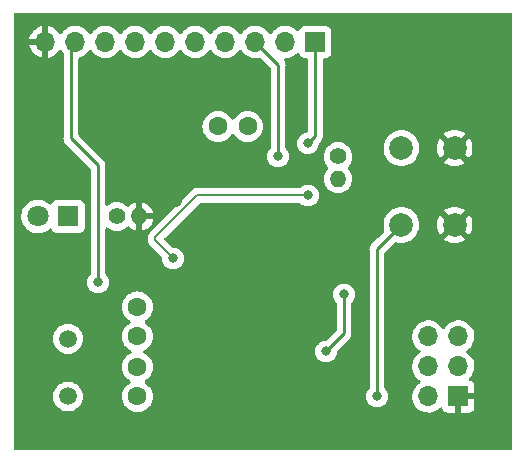
<source format=gbl>
G04 #@! TF.GenerationSoftware,KiCad,Pcbnew,(6.0.11)*
G04 #@! TF.CreationDate,2023-04-02T15:36:06-07:00*
G04 #@! TF.ProjectId,M_MUC,4d5f4d55-432e-46b6-9963-61645f706362,rev?*
G04 #@! TF.SameCoordinates,Original*
G04 #@! TF.FileFunction,Copper,L2,Bot*
G04 #@! TF.FilePolarity,Positive*
%FSLAX46Y46*%
G04 Gerber Fmt 4.6, Leading zero omitted, Abs format (unit mm)*
G04 Created by KiCad (PCBNEW (6.0.11)) date 2023-04-02 15:36:06*
%MOMM*%
%LPD*%
G01*
G04 APERTURE LIST*
G04 #@! TA.AperFunction,ComponentPad*
%ADD10C,1.600000*%
G04 #@! TD*
G04 #@! TA.AperFunction,ComponentPad*
%ADD11C,1.500000*%
G04 #@! TD*
G04 #@! TA.AperFunction,ComponentPad*
%ADD12C,1.400000*%
G04 #@! TD*
G04 #@! TA.AperFunction,ComponentPad*
%ADD13O,1.400000X1.400000*%
G04 #@! TD*
G04 #@! TA.AperFunction,ComponentPad*
%ADD14R,1.700000X1.700000*%
G04 #@! TD*
G04 #@! TA.AperFunction,ComponentPad*
%ADD15O,1.700000X1.700000*%
G04 #@! TD*
G04 #@! TA.AperFunction,ComponentPad*
%ADD16R,1.800000X1.800000*%
G04 #@! TD*
G04 #@! TA.AperFunction,ComponentPad*
%ADD17C,1.800000*%
G04 #@! TD*
G04 #@! TA.AperFunction,ComponentPad*
%ADD18C,2.000000*%
G04 #@! TD*
G04 #@! TA.AperFunction,ViaPad*
%ADD19C,0.800000*%
G04 #@! TD*
G04 #@! TA.AperFunction,Conductor*
%ADD20C,0.250000*%
G04 #@! TD*
G04 #@! TA.AperFunction,Conductor*
%ADD21C,0.200000*%
G04 #@! TD*
G04 APERTURE END LIST*
D10*
X112560000Y-101600000D03*
X112560000Y-99100000D03*
D11*
X106680000Y-101600000D03*
X106680000Y-96720000D03*
D12*
X129540000Y-81280000D03*
D13*
X129540000Y-83180000D03*
D10*
X112560000Y-96520000D03*
X112560000Y-94020000D03*
D12*
X110820000Y-86360000D03*
D13*
X112720000Y-86360000D03*
D14*
X139730000Y-101600000D03*
D15*
X137190000Y-101600000D03*
X139730000Y-99060000D03*
X137190000Y-99060000D03*
X139730000Y-96520000D03*
X137190000Y-96520000D03*
D16*
X106680000Y-86360000D03*
D17*
X104140000Y-86360000D03*
D18*
X139410000Y-80570000D03*
X139410000Y-87070000D03*
X134910000Y-80570000D03*
X134910000Y-87070000D03*
D10*
X121880000Y-78740000D03*
X119380000Y-78740000D03*
D14*
X127610000Y-71580000D03*
D15*
X125070000Y-71580000D03*
X122530000Y-71580000D03*
X119990000Y-71580000D03*
X117450000Y-71580000D03*
X114910000Y-71580000D03*
X112370000Y-71580000D03*
X109830000Y-71580000D03*
X107290000Y-71580000D03*
X104750000Y-71580000D03*
D19*
X132842000Y-101600000D03*
X127000000Y-84582000D03*
X115570000Y-89916000D03*
X130048000Y-92964000D03*
X128524000Y-97790000D03*
X114530000Y-93420000D03*
X111252000Y-89662000D03*
X122428000Y-82296000D03*
X115330000Y-96790000D03*
X115800000Y-88160000D03*
X115290000Y-81510000D03*
X115930000Y-85150000D03*
X115900000Y-79070000D03*
X110240000Y-76730000D03*
X131572000Y-96774000D03*
X121820000Y-89740000D03*
X113990000Y-90100000D03*
X120650000Y-80772000D03*
X131826000Y-91186000D03*
X116400000Y-76590000D03*
X126990000Y-80160000D03*
X124460000Y-81280000D03*
X109220000Y-91948000D03*
D20*
X132842000Y-101600000D02*
X132842000Y-89138000D01*
X132842000Y-89138000D02*
X134910000Y-87070000D01*
D21*
X117602000Y-84582000D02*
X114046000Y-88138000D01*
X127000000Y-84582000D02*
X117602000Y-84582000D01*
X114046000Y-88138000D02*
X114046000Y-88392000D01*
X114046000Y-88392000D02*
X115570000Y-89916000D01*
D20*
X130048000Y-96266000D02*
X128524000Y-97790000D01*
X130048000Y-92964000D02*
X130048000Y-96266000D01*
X126990000Y-80160000D02*
X127610000Y-79540000D01*
X127610000Y-79540000D02*
X127610000Y-71580000D01*
X124460000Y-81280000D02*
X124460000Y-73510000D01*
X124460000Y-73510000D02*
X122530000Y-71580000D01*
X109220000Y-91948000D02*
X109220000Y-82042000D01*
X106934000Y-79756000D02*
X106934000Y-71936000D01*
X109220000Y-82042000D02*
X106934000Y-79756000D01*
X106934000Y-71936000D02*
X107290000Y-71580000D01*
G04 #@! TA.AperFunction,Conductor*
G36*
X144213621Y-69108502D02*
G01*
X144260114Y-69162158D01*
X144271500Y-69214500D01*
X144271500Y-106045500D01*
X144251498Y-106113621D01*
X144197842Y-106160114D01*
X144145500Y-106171500D01*
X102234500Y-106171500D01*
X102166379Y-106151498D01*
X102119886Y-106097842D01*
X102108500Y-106045500D01*
X102108500Y-101600000D01*
X105416693Y-101600000D01*
X105435885Y-101819371D01*
X105492880Y-102032076D01*
X105525398Y-102101811D01*
X105583618Y-102226666D01*
X105583621Y-102226671D01*
X105585944Y-102231653D01*
X105589100Y-102236160D01*
X105589101Y-102236162D01*
X105707385Y-102405088D01*
X105712251Y-102412038D01*
X105867962Y-102567749D01*
X105872471Y-102570906D01*
X105872473Y-102570908D01*
X105927384Y-102609357D01*
X106048346Y-102694056D01*
X106247924Y-102787120D01*
X106460629Y-102844115D01*
X106680000Y-102863307D01*
X106899371Y-102844115D01*
X107112076Y-102787120D01*
X107311654Y-102694056D01*
X107432616Y-102609357D01*
X107487527Y-102570908D01*
X107487529Y-102570906D01*
X107492038Y-102567749D01*
X107647749Y-102412038D01*
X107652616Y-102405088D01*
X107770899Y-102236162D01*
X107770900Y-102236160D01*
X107774056Y-102231653D01*
X107776379Y-102226671D01*
X107776382Y-102226666D01*
X107834602Y-102101811D01*
X107867120Y-102032076D01*
X107924115Y-101819371D01*
X107943307Y-101600000D01*
X111246502Y-101600000D01*
X111266457Y-101828087D01*
X111267881Y-101833400D01*
X111267881Y-101833402D01*
X111315851Y-102012425D01*
X111325716Y-102049243D01*
X111328039Y-102054224D01*
X111328039Y-102054225D01*
X111420151Y-102251762D01*
X111420154Y-102251767D01*
X111422477Y-102256749D01*
X111454216Y-102302077D01*
X111533941Y-102415935D01*
X111553802Y-102444300D01*
X111715700Y-102606198D01*
X111720208Y-102609355D01*
X111720211Y-102609357D01*
X111760445Y-102637529D01*
X111903251Y-102737523D01*
X111908233Y-102739846D01*
X111908238Y-102739849D01*
X112105775Y-102831961D01*
X112110757Y-102834284D01*
X112116065Y-102835706D01*
X112116067Y-102835707D01*
X112326598Y-102892119D01*
X112326600Y-102892119D01*
X112331913Y-102893543D01*
X112560000Y-102913498D01*
X112788087Y-102893543D01*
X112793400Y-102892119D01*
X112793402Y-102892119D01*
X113003933Y-102835707D01*
X113003935Y-102835706D01*
X113009243Y-102834284D01*
X113014225Y-102831961D01*
X113211762Y-102739849D01*
X113211767Y-102739846D01*
X113216749Y-102737523D01*
X113359555Y-102637529D01*
X113399789Y-102609357D01*
X113399792Y-102609355D01*
X113404300Y-102606198D01*
X113566198Y-102444300D01*
X113586060Y-102415935D01*
X113665784Y-102302077D01*
X113697523Y-102256749D01*
X113699846Y-102251767D01*
X113699849Y-102251762D01*
X113791961Y-102054225D01*
X113791961Y-102054224D01*
X113794284Y-102049243D01*
X113804150Y-102012425D01*
X113852119Y-101833402D01*
X113852119Y-101833400D01*
X113853543Y-101828087D01*
X113873498Y-101600000D01*
X131928496Y-101600000D01*
X131948458Y-101789928D01*
X132007473Y-101971556D01*
X132010776Y-101977278D01*
X132010777Y-101977279D01*
X132031069Y-102012425D01*
X132102960Y-102136944D01*
X132230747Y-102278866D01*
X132385248Y-102391118D01*
X132391276Y-102393802D01*
X132391278Y-102393803D01*
X132416625Y-102405088D01*
X132559712Y-102468794D01*
X132653113Y-102488647D01*
X132740056Y-102507128D01*
X132740061Y-102507128D01*
X132746513Y-102508500D01*
X132937487Y-102508500D01*
X132943939Y-102507128D01*
X132943944Y-102507128D01*
X133030888Y-102488647D01*
X133124288Y-102468794D01*
X133267375Y-102405088D01*
X133292722Y-102393803D01*
X133292724Y-102393802D01*
X133298752Y-102391118D01*
X133453253Y-102278866D01*
X133581040Y-102136944D01*
X133652931Y-102012425D01*
X133673223Y-101977279D01*
X133673224Y-101977278D01*
X133676527Y-101971556D01*
X133735542Y-101789928D01*
X133755504Y-101600000D01*
X133752004Y-101566695D01*
X135827251Y-101566695D01*
X135827548Y-101571848D01*
X135827548Y-101571851D01*
X135829171Y-101600000D01*
X135840110Y-101789715D01*
X135841247Y-101794761D01*
X135841248Y-101794767D01*
X135855606Y-101858475D01*
X135889222Y-102007639D01*
X135973266Y-102214616D01*
X135996029Y-102251762D01*
X136083072Y-102393803D01*
X136089987Y-102405088D01*
X136236250Y-102573938D01*
X136408126Y-102716632D01*
X136601000Y-102829338D01*
X136605825Y-102831180D01*
X136605826Y-102831181D01*
X136639697Y-102844115D01*
X136809692Y-102909030D01*
X136814760Y-102910061D01*
X136814763Y-102910062D01*
X136922017Y-102931883D01*
X137028597Y-102953567D01*
X137033772Y-102953757D01*
X137033774Y-102953757D01*
X137246673Y-102961564D01*
X137246677Y-102961564D01*
X137251837Y-102961753D01*
X137256957Y-102961097D01*
X137256959Y-102961097D01*
X137468288Y-102934025D01*
X137468289Y-102934025D01*
X137473416Y-102933368D01*
X137539646Y-102913498D01*
X137682429Y-102870661D01*
X137682434Y-102870659D01*
X137687384Y-102869174D01*
X137887994Y-102770896D01*
X138069860Y-102641173D01*
X138101788Y-102609357D01*
X138178479Y-102532933D01*
X138240851Y-102499017D01*
X138311658Y-102504205D01*
X138368419Y-102546851D01*
X138385401Y-102577954D01*
X138426676Y-102688054D01*
X138435214Y-102703649D01*
X138511715Y-102805724D01*
X138524276Y-102818285D01*
X138626351Y-102894786D01*
X138641946Y-102903324D01*
X138762394Y-102948478D01*
X138777649Y-102952105D01*
X138828514Y-102957631D01*
X138835328Y-102958000D01*
X139457885Y-102958000D01*
X139473124Y-102953525D01*
X139474329Y-102952135D01*
X139476000Y-102944452D01*
X139476000Y-102939884D01*
X139984000Y-102939884D01*
X139988475Y-102955123D01*
X139989865Y-102956328D01*
X139997548Y-102957999D01*
X140624669Y-102957999D01*
X140631490Y-102957629D01*
X140682352Y-102952105D01*
X140697604Y-102948479D01*
X140818054Y-102903324D01*
X140833649Y-102894786D01*
X140935724Y-102818285D01*
X140948285Y-102805724D01*
X141024786Y-102703649D01*
X141033324Y-102688054D01*
X141078478Y-102567606D01*
X141082105Y-102552351D01*
X141087631Y-102501486D01*
X141088000Y-102494672D01*
X141088000Y-101872115D01*
X141083525Y-101856876D01*
X141082135Y-101855671D01*
X141074452Y-101854000D01*
X140002115Y-101854000D01*
X139986876Y-101858475D01*
X139985671Y-101859865D01*
X139984000Y-101867548D01*
X139984000Y-102939884D01*
X139476000Y-102939884D01*
X139476000Y-101472000D01*
X139496002Y-101403879D01*
X139549658Y-101357386D01*
X139602000Y-101346000D01*
X141069884Y-101346000D01*
X141085123Y-101341525D01*
X141086328Y-101340135D01*
X141087999Y-101332452D01*
X141087999Y-100705331D01*
X141087629Y-100698510D01*
X141082105Y-100647648D01*
X141078479Y-100632396D01*
X141033324Y-100511946D01*
X141024786Y-100496351D01*
X140948285Y-100394276D01*
X140935724Y-100381715D01*
X140833649Y-100305214D01*
X140818054Y-100296676D01*
X140707813Y-100255348D01*
X140651049Y-100212706D01*
X140626349Y-100146145D01*
X140641557Y-100076796D01*
X140663104Y-100048115D01*
X140764430Y-99947144D01*
X140764440Y-99947132D01*
X140768096Y-99943489D01*
X140827594Y-99860689D01*
X140895435Y-99766277D01*
X140898453Y-99762077D01*
X140901087Y-99756749D01*
X140995136Y-99566453D01*
X140995137Y-99566451D01*
X140997430Y-99561811D01*
X141062370Y-99348069D01*
X141091529Y-99126590D01*
X141092179Y-99100000D01*
X141093074Y-99063365D01*
X141093074Y-99063361D01*
X141093156Y-99060000D01*
X141074852Y-98837361D01*
X141020431Y-98620702D01*
X140931354Y-98415840D01*
X140873845Y-98326944D01*
X140812822Y-98232617D01*
X140812820Y-98232614D01*
X140810014Y-98228277D01*
X140659670Y-98063051D01*
X140655619Y-98059852D01*
X140655615Y-98059848D01*
X140488414Y-97927800D01*
X140488410Y-97927798D01*
X140484359Y-97924598D01*
X140443053Y-97901796D01*
X140393084Y-97851364D01*
X140378312Y-97781921D01*
X140403428Y-97715516D01*
X140430780Y-97688909D01*
X140479207Y-97654366D01*
X140609860Y-97561173D01*
X140635187Y-97535935D01*
X140691209Y-97480107D01*
X140768096Y-97403489D01*
X140799498Y-97359789D01*
X140895435Y-97226277D01*
X140898453Y-97222077D01*
X140918628Y-97181257D01*
X140995136Y-97026453D01*
X140995137Y-97026451D01*
X140997430Y-97021811D01*
X141062370Y-96808069D01*
X141091529Y-96586590D01*
X141091611Y-96583240D01*
X141093074Y-96523365D01*
X141093074Y-96523361D01*
X141093156Y-96520000D01*
X141074852Y-96297361D01*
X141020431Y-96080702D01*
X140931354Y-95875840D01*
X140810014Y-95688277D01*
X140659670Y-95523051D01*
X140655619Y-95519852D01*
X140655615Y-95519848D01*
X140488414Y-95387800D01*
X140488410Y-95387798D01*
X140484359Y-95384598D01*
X140288789Y-95276638D01*
X140283920Y-95274914D01*
X140283916Y-95274912D01*
X140083087Y-95203795D01*
X140083083Y-95203794D01*
X140078212Y-95202069D01*
X140073119Y-95201162D01*
X140073116Y-95201161D01*
X139863373Y-95163800D01*
X139863367Y-95163799D01*
X139858284Y-95162894D01*
X139784452Y-95161992D01*
X139640081Y-95160228D01*
X139640079Y-95160228D01*
X139634911Y-95160165D01*
X139414091Y-95193955D01*
X139201756Y-95263357D01*
X139003607Y-95366507D01*
X138999474Y-95369610D01*
X138999471Y-95369612D01*
X138829100Y-95497530D01*
X138824965Y-95500635D01*
X138670629Y-95662138D01*
X138563201Y-95819621D01*
X138508293Y-95864621D01*
X138437768Y-95872792D01*
X138374021Y-95841538D01*
X138353324Y-95817054D01*
X138272822Y-95692617D01*
X138272820Y-95692614D01*
X138270014Y-95688277D01*
X138119670Y-95523051D01*
X138115619Y-95519852D01*
X138115615Y-95519848D01*
X137948414Y-95387800D01*
X137948410Y-95387798D01*
X137944359Y-95384598D01*
X137748789Y-95276638D01*
X137743920Y-95274914D01*
X137743916Y-95274912D01*
X137543087Y-95203795D01*
X137543083Y-95203794D01*
X137538212Y-95202069D01*
X137533119Y-95201162D01*
X137533116Y-95201161D01*
X137323373Y-95163800D01*
X137323367Y-95163799D01*
X137318284Y-95162894D01*
X137244452Y-95161992D01*
X137100081Y-95160228D01*
X137100079Y-95160228D01*
X137094911Y-95160165D01*
X136874091Y-95193955D01*
X136661756Y-95263357D01*
X136463607Y-95366507D01*
X136459474Y-95369610D01*
X136459471Y-95369612D01*
X136289100Y-95497530D01*
X136284965Y-95500635D01*
X136130629Y-95662138D01*
X136127720Y-95666403D01*
X136127714Y-95666411D01*
X136118300Y-95680211D01*
X136004743Y-95846680D01*
X135910688Y-96049305D01*
X135850989Y-96264570D01*
X135827251Y-96486695D01*
X135827548Y-96491848D01*
X135827548Y-96491851D01*
X135836500Y-96647101D01*
X135840110Y-96709715D01*
X135841247Y-96714761D01*
X135841248Y-96714767D01*
X135861119Y-96802939D01*
X135889222Y-96927639D01*
X135973266Y-97134616D01*
X136024019Y-97217438D01*
X136087291Y-97320688D01*
X136089987Y-97325088D01*
X136236250Y-97493938D01*
X136408126Y-97636632D01*
X136443877Y-97657523D01*
X136481445Y-97679476D01*
X136530169Y-97731114D01*
X136543240Y-97800897D01*
X136516509Y-97866669D01*
X136476055Y-97900027D01*
X136463607Y-97906507D01*
X136459474Y-97909610D01*
X136459471Y-97909612D01*
X136289100Y-98037530D01*
X136284965Y-98040635D01*
X136130629Y-98202138D01*
X136004743Y-98386680D01*
X135989003Y-98420590D01*
X135916290Y-98577237D01*
X135910688Y-98589305D01*
X135850989Y-98804570D01*
X135827251Y-99026695D01*
X135827548Y-99031848D01*
X135827548Y-99031851D01*
X135833011Y-99126590D01*
X135840110Y-99249715D01*
X135841247Y-99254761D01*
X135841248Y-99254767D01*
X135856537Y-99322607D01*
X135889222Y-99467639D01*
X135973266Y-99674616D01*
X136020541Y-99751762D01*
X136087291Y-99860688D01*
X136089987Y-99865088D01*
X136236250Y-100033938D01*
X136408126Y-100176632D01*
X136469860Y-100212706D01*
X136481445Y-100219476D01*
X136530169Y-100271114D01*
X136543240Y-100340897D01*
X136516509Y-100406669D01*
X136476055Y-100440027D01*
X136463607Y-100446507D01*
X136459474Y-100449610D01*
X136459471Y-100449612D01*
X136384444Y-100505944D01*
X136284965Y-100580635D01*
X136130629Y-100742138D01*
X136127715Y-100746410D01*
X136127714Y-100746411D01*
X136118300Y-100760211D01*
X136004743Y-100926680D01*
X135985402Y-100968347D01*
X135943716Y-101058153D01*
X135910688Y-101129305D01*
X135850989Y-101344570D01*
X135827251Y-101566695D01*
X133752004Y-101566695D01*
X133735542Y-101410072D01*
X133676527Y-101228444D01*
X133581040Y-101063056D01*
X133507863Y-100981785D01*
X133477147Y-100917779D01*
X133475500Y-100897476D01*
X133475500Y-89452594D01*
X133495502Y-89384473D01*
X133512405Y-89363499D01*
X134331540Y-88544364D01*
X134393852Y-88510338D01*
X134450049Y-88510940D01*
X134668476Y-88563380D01*
X134668482Y-88563381D01*
X134673289Y-88564535D01*
X134910000Y-88583165D01*
X135146711Y-88564535D01*
X135151518Y-88563381D01*
X135151524Y-88563380D01*
X135297391Y-88528360D01*
X135377594Y-88509105D01*
X135382167Y-88507211D01*
X135592389Y-88420135D01*
X135592393Y-88420133D01*
X135596963Y-88418240D01*
X135601916Y-88415205D01*
X135785556Y-88302670D01*
X138542160Y-88302670D01*
X138547887Y-88310320D01*
X138719042Y-88415205D01*
X138727837Y-88419687D01*
X138937988Y-88506734D01*
X138947373Y-88509783D01*
X139168554Y-88562885D01*
X139178301Y-88564428D01*
X139405070Y-88582275D01*
X139414930Y-88582275D01*
X139641699Y-88564428D01*
X139651446Y-88562885D01*
X139872627Y-88509783D01*
X139882012Y-88506734D01*
X140092163Y-88419687D01*
X140100958Y-88415205D01*
X140268445Y-88312568D01*
X140277907Y-88302110D01*
X140274124Y-88293334D01*
X139422812Y-87442022D01*
X139408868Y-87434408D01*
X139407035Y-87434539D01*
X139400420Y-87438790D01*
X138548920Y-88290290D01*
X138542160Y-88302670D01*
X135785556Y-88302670D01*
X135795202Y-88296759D01*
X135795208Y-88296755D01*
X135799416Y-88294176D01*
X135955382Y-88160968D01*
X135976213Y-88143177D01*
X135979969Y-88139969D01*
X136134176Y-87959416D01*
X136136755Y-87955208D01*
X136136759Y-87955202D01*
X136255654Y-87761183D01*
X136258240Y-87756963D01*
X136260229Y-87752163D01*
X136347211Y-87542167D01*
X136347212Y-87542165D01*
X136349105Y-87537594D01*
X136373878Y-87434408D01*
X136403380Y-87311524D01*
X136403381Y-87311518D01*
X136404535Y-87306711D01*
X136422777Y-87074930D01*
X137897725Y-87074930D01*
X137915572Y-87301699D01*
X137917115Y-87311446D01*
X137970217Y-87532627D01*
X137973266Y-87542012D01*
X138060313Y-87752163D01*
X138064795Y-87760958D01*
X138167432Y-87928445D01*
X138177890Y-87937907D01*
X138186666Y-87934124D01*
X139037978Y-87082812D01*
X139044356Y-87071132D01*
X139774408Y-87071132D01*
X139774539Y-87072965D01*
X139778790Y-87079580D01*
X140630290Y-87931080D01*
X140642670Y-87937840D01*
X140650320Y-87932113D01*
X140755205Y-87760958D01*
X140759687Y-87752163D01*
X140846734Y-87542012D01*
X140849783Y-87532627D01*
X140902885Y-87311446D01*
X140904428Y-87301699D01*
X140922275Y-87074930D01*
X140922275Y-87065070D01*
X140904428Y-86838301D01*
X140902885Y-86828554D01*
X140849783Y-86607373D01*
X140846734Y-86597988D01*
X140759687Y-86387837D01*
X140755205Y-86379042D01*
X140652568Y-86211555D01*
X140642110Y-86202093D01*
X140633334Y-86205876D01*
X139782022Y-87057188D01*
X139774408Y-87071132D01*
X139044356Y-87071132D01*
X139045592Y-87068868D01*
X139045461Y-87067035D01*
X139041210Y-87060420D01*
X138189710Y-86208920D01*
X138177330Y-86202160D01*
X138169680Y-86207887D01*
X138064795Y-86379042D01*
X138060313Y-86387837D01*
X137973266Y-86597988D01*
X137970217Y-86607373D01*
X137917115Y-86828554D01*
X137915572Y-86838301D01*
X137897725Y-87065070D01*
X137897725Y-87074930D01*
X136422777Y-87074930D01*
X136423165Y-87070000D01*
X136404535Y-86833289D01*
X136391166Y-86777600D01*
X136355141Y-86627548D01*
X136349105Y-86602406D01*
X136347211Y-86597833D01*
X136260135Y-86387611D01*
X136260133Y-86387607D01*
X136258240Y-86383037D01*
X136219817Y-86320336D01*
X136136759Y-86184798D01*
X136136755Y-86184792D01*
X136134176Y-86180584D01*
X135979969Y-86000031D01*
X135799416Y-85845824D01*
X135795208Y-85843245D01*
X135795202Y-85843241D01*
X135786470Y-85837890D01*
X138542093Y-85837890D01*
X138545876Y-85846666D01*
X139397188Y-86697978D01*
X139411132Y-86705592D01*
X139412965Y-86705461D01*
X139419580Y-86701210D01*
X140271080Y-85849710D01*
X140277840Y-85837330D01*
X140272113Y-85829680D01*
X140100958Y-85724795D01*
X140092163Y-85720313D01*
X139882012Y-85633266D01*
X139872627Y-85630217D01*
X139651446Y-85577115D01*
X139641699Y-85575572D01*
X139414930Y-85557725D01*
X139405070Y-85557725D01*
X139178301Y-85575572D01*
X139168554Y-85577115D01*
X138947373Y-85630217D01*
X138937988Y-85633266D01*
X138727837Y-85720313D01*
X138719042Y-85724795D01*
X138551555Y-85827432D01*
X138542093Y-85837890D01*
X135786470Y-85837890D01*
X135601183Y-85724346D01*
X135596963Y-85721760D01*
X135592393Y-85719867D01*
X135592389Y-85719865D01*
X135382167Y-85632789D01*
X135382165Y-85632788D01*
X135377594Y-85630895D01*
X135297391Y-85611640D01*
X135151524Y-85576620D01*
X135151518Y-85576619D01*
X135146711Y-85575465D01*
X134910000Y-85556835D01*
X134673289Y-85575465D01*
X134668482Y-85576619D01*
X134668476Y-85576620D01*
X134522609Y-85611640D01*
X134442406Y-85630895D01*
X134437835Y-85632788D01*
X134437833Y-85632789D01*
X134227611Y-85719865D01*
X134227607Y-85719867D01*
X134223037Y-85721760D01*
X134218817Y-85724346D01*
X134024798Y-85843241D01*
X134024792Y-85843245D01*
X134020584Y-85845824D01*
X133840031Y-86000031D01*
X133685824Y-86180584D01*
X133683245Y-86184792D01*
X133683241Y-86184798D01*
X133600183Y-86320336D01*
X133561760Y-86383037D01*
X133559867Y-86387607D01*
X133559865Y-86387611D01*
X133472789Y-86597833D01*
X133470895Y-86602406D01*
X133464859Y-86627548D01*
X133428835Y-86777600D01*
X133415465Y-86833289D01*
X133396835Y-87070000D01*
X133415465Y-87306711D01*
X133416619Y-87311518D01*
X133416620Y-87311524D01*
X133469060Y-87529951D01*
X133465513Y-87600859D01*
X133435636Y-87648460D01*
X132940918Y-88143177D01*
X132449747Y-88634348D01*
X132441461Y-88641888D01*
X132434982Y-88646000D01*
X132429557Y-88651777D01*
X132388357Y-88695651D01*
X132385602Y-88698493D01*
X132365865Y-88718230D01*
X132363385Y-88721427D01*
X132355682Y-88730447D01*
X132325414Y-88762679D01*
X132321595Y-88769625D01*
X132321593Y-88769628D01*
X132315652Y-88780434D01*
X132304801Y-88796953D01*
X132292386Y-88812959D01*
X132289241Y-88820228D01*
X132289238Y-88820232D01*
X132274826Y-88853537D01*
X132269609Y-88864187D01*
X132248305Y-88902940D01*
X132246334Y-88910615D01*
X132246334Y-88910616D01*
X132243267Y-88922562D01*
X132236863Y-88941266D01*
X132228819Y-88959855D01*
X132227580Y-88967678D01*
X132227577Y-88967688D01*
X132221901Y-89003524D01*
X132219495Y-89015144D01*
X132208500Y-89057970D01*
X132208500Y-89078224D01*
X132206949Y-89097934D01*
X132203780Y-89117943D01*
X132204526Y-89125835D01*
X132207941Y-89161961D01*
X132208500Y-89173819D01*
X132208500Y-100897476D01*
X132188498Y-100965597D01*
X132176142Y-100981779D01*
X132102960Y-101063056D01*
X132007473Y-101228444D01*
X131948458Y-101410072D01*
X131928496Y-101600000D01*
X113873498Y-101600000D01*
X113853543Y-101371913D01*
X113852119Y-101366598D01*
X113795707Y-101156067D01*
X113795706Y-101156065D01*
X113794284Y-101150757D01*
X113753389Y-101063056D01*
X113699849Y-100948238D01*
X113699846Y-100948233D01*
X113697523Y-100943251D01*
X113588788Y-100787962D01*
X113569357Y-100760211D01*
X113569355Y-100760208D01*
X113566198Y-100755700D01*
X113404300Y-100593802D01*
X113399792Y-100590645D01*
X113399789Y-100590643D01*
X113221253Y-100465631D01*
X113216749Y-100462477D01*
X113211767Y-100460154D01*
X113209973Y-100459118D01*
X113160981Y-100407734D01*
X113147546Y-100338021D01*
X113173934Y-100272110D01*
X113209973Y-100240882D01*
X113211767Y-100239846D01*
X113216749Y-100237523D01*
X113347250Y-100146145D01*
X113399789Y-100109357D01*
X113399792Y-100109355D01*
X113404300Y-100106198D01*
X113566198Y-99944300D01*
X113697523Y-99756749D01*
X113699846Y-99751767D01*
X113699849Y-99751762D01*
X113791961Y-99554225D01*
X113791961Y-99554224D01*
X113794284Y-99549243D01*
X113814868Y-99472425D01*
X113852119Y-99333402D01*
X113852119Y-99333400D01*
X113853543Y-99328087D01*
X113873498Y-99100000D01*
X113853543Y-98871913D01*
X113836875Y-98809707D01*
X113795707Y-98656067D01*
X113795706Y-98656065D01*
X113794284Y-98650757D01*
X113778055Y-98615954D01*
X113699849Y-98448238D01*
X113699846Y-98448233D01*
X113697523Y-98443251D01*
X113566198Y-98255700D01*
X113404300Y-98093802D01*
X113399792Y-98090645D01*
X113399789Y-98090643D01*
X113245813Y-97982828D01*
X113216749Y-97962477D01*
X113211764Y-97960153D01*
X113211758Y-97960149D01*
X113134653Y-97924195D01*
X113081367Y-97877278D01*
X113061906Y-97809001D01*
X113067649Y-97790000D01*
X127610496Y-97790000D01*
X127611186Y-97796565D01*
X127628956Y-97965634D01*
X127630458Y-97979928D01*
X127689473Y-98161556D01*
X127692776Y-98167278D01*
X127692777Y-98167279D01*
X127712903Y-98202138D01*
X127784960Y-98326944D01*
X127789378Y-98331851D01*
X127789379Y-98331852D01*
X127861087Y-98411492D01*
X127912747Y-98468866D01*
X128011843Y-98540864D01*
X128053881Y-98571406D01*
X128067248Y-98581118D01*
X128073276Y-98583802D01*
X128073278Y-98583803D01*
X128235587Y-98656067D01*
X128241712Y-98658794D01*
X128335113Y-98678647D01*
X128422056Y-98697128D01*
X128422061Y-98697128D01*
X128428513Y-98698500D01*
X128619487Y-98698500D01*
X128625939Y-98697128D01*
X128625944Y-98697128D01*
X128712887Y-98678647D01*
X128806288Y-98658794D01*
X128812413Y-98656067D01*
X128974722Y-98583803D01*
X128974724Y-98583802D01*
X128980752Y-98581118D01*
X128994120Y-98571406D01*
X129036157Y-98540864D01*
X129135253Y-98468866D01*
X129186913Y-98411492D01*
X129258621Y-98331852D01*
X129258622Y-98331851D01*
X129263040Y-98326944D01*
X129335097Y-98202138D01*
X129355223Y-98167279D01*
X129355224Y-98167278D01*
X129358527Y-98161556D01*
X129417542Y-97979928D01*
X129419045Y-97965634D01*
X129434907Y-97814707D01*
X129461920Y-97749050D01*
X129471122Y-97738782D01*
X130440247Y-96769657D01*
X130448537Y-96762113D01*
X130455018Y-96758000D01*
X130501659Y-96708332D01*
X130504413Y-96705491D01*
X130524134Y-96685770D01*
X130526612Y-96682575D01*
X130534318Y-96673553D01*
X130559158Y-96647101D01*
X130564586Y-96641321D01*
X130574346Y-96623568D01*
X130585199Y-96607045D01*
X130592753Y-96597306D01*
X130597613Y-96591041D01*
X130615176Y-96550457D01*
X130620383Y-96539827D01*
X130641695Y-96501060D01*
X130643666Y-96493383D01*
X130643668Y-96493378D01*
X130646732Y-96481442D01*
X130653138Y-96462730D01*
X130658034Y-96451417D01*
X130661181Y-96444145D01*
X130668097Y-96400481D01*
X130670504Y-96388860D01*
X130679528Y-96353711D01*
X130679528Y-96353710D01*
X130681500Y-96346030D01*
X130681500Y-96325769D01*
X130683051Y-96306058D01*
X130684424Y-96297393D01*
X130686219Y-96286057D01*
X130682059Y-96242046D01*
X130681500Y-96230189D01*
X130681500Y-93666524D01*
X130701502Y-93598403D01*
X130713858Y-93582221D01*
X130787040Y-93500944D01*
X130882527Y-93335556D01*
X130941542Y-93153928D01*
X130961504Y-92964000D01*
X130960814Y-92957435D01*
X130942232Y-92780635D01*
X130942232Y-92780633D01*
X130941542Y-92774072D01*
X130882527Y-92592444D01*
X130787040Y-92427056D01*
X130659253Y-92285134D01*
X130504752Y-92172882D01*
X130498724Y-92170198D01*
X130498722Y-92170197D01*
X130336319Y-92097891D01*
X130336318Y-92097891D01*
X130330288Y-92095206D01*
X130236887Y-92075353D01*
X130149944Y-92056872D01*
X130149939Y-92056872D01*
X130143487Y-92055500D01*
X129952513Y-92055500D01*
X129946061Y-92056872D01*
X129946056Y-92056872D01*
X129859112Y-92075353D01*
X129765712Y-92095206D01*
X129759682Y-92097891D01*
X129759681Y-92097891D01*
X129597278Y-92170197D01*
X129597276Y-92170198D01*
X129591248Y-92172882D01*
X129436747Y-92285134D01*
X129308960Y-92427056D01*
X129213473Y-92592444D01*
X129154458Y-92774072D01*
X129153768Y-92780633D01*
X129153768Y-92780635D01*
X129135186Y-92957435D01*
X129134496Y-92964000D01*
X129154458Y-93153928D01*
X129213473Y-93335556D01*
X129308960Y-93500944D01*
X129382137Y-93582215D01*
X129412853Y-93646221D01*
X129414500Y-93666524D01*
X129414500Y-95951405D01*
X129394498Y-96019526D01*
X129377595Y-96040500D01*
X128573500Y-96844595D01*
X128511188Y-96878621D01*
X128484405Y-96881500D01*
X128428513Y-96881500D01*
X128422061Y-96882872D01*
X128422056Y-96882872D01*
X128335112Y-96901353D01*
X128241712Y-96921206D01*
X128235682Y-96923891D01*
X128235681Y-96923891D01*
X128073278Y-96996197D01*
X128073276Y-96996198D01*
X128067248Y-96998882D01*
X128061907Y-97002762D01*
X128061906Y-97002763D01*
X128035689Y-97021811D01*
X127912747Y-97111134D01*
X127908326Y-97116044D01*
X127908325Y-97116045D01*
X127812854Y-97222077D01*
X127784960Y-97253056D01*
X127689473Y-97418444D01*
X127630458Y-97600072D01*
X127629768Y-97606633D01*
X127629768Y-97606635D01*
X127624420Y-97657523D01*
X127610496Y-97790000D01*
X113067649Y-97790000D01*
X113082447Y-97741041D01*
X113134653Y-97695805D01*
X113211758Y-97659851D01*
X113211764Y-97659847D01*
X113216749Y-97657523D01*
X113359555Y-97557529D01*
X113399789Y-97529357D01*
X113399792Y-97529355D01*
X113404300Y-97526198D01*
X113566198Y-97364300D01*
X113571897Y-97356162D01*
X113669032Y-97217438D01*
X113697523Y-97176749D01*
X113699846Y-97171767D01*
X113699849Y-97171762D01*
X113791961Y-96974225D01*
X113791961Y-96974224D01*
X113794284Y-96969243D01*
X113800866Y-96944681D01*
X113852119Y-96753402D01*
X113852119Y-96753400D01*
X113853543Y-96748087D01*
X113873498Y-96520000D01*
X113853543Y-96291913D01*
X113851974Y-96286057D01*
X113795707Y-96076067D01*
X113795706Y-96076065D01*
X113794284Y-96070757D01*
X113780175Y-96040500D01*
X113699849Y-95868238D01*
X113699846Y-95868233D01*
X113697523Y-95863251D01*
X113617588Y-95749092D01*
X113569357Y-95680211D01*
X113569355Y-95680208D01*
X113566198Y-95675700D01*
X113404300Y-95513802D01*
X113399792Y-95510645D01*
X113399789Y-95510643D01*
X113221253Y-95385631D01*
X113216749Y-95382477D01*
X113211767Y-95380154D01*
X113209973Y-95379118D01*
X113160981Y-95327734D01*
X113147546Y-95258021D01*
X113173934Y-95192110D01*
X113209973Y-95160882D01*
X113211767Y-95159846D01*
X113216749Y-95157523D01*
X113296124Y-95101944D01*
X113399789Y-95029357D01*
X113399792Y-95029355D01*
X113404300Y-95026198D01*
X113566198Y-94864300D01*
X113697523Y-94676749D01*
X113699846Y-94671767D01*
X113699849Y-94671762D01*
X113791961Y-94474225D01*
X113791961Y-94474224D01*
X113794284Y-94469243D01*
X113853543Y-94248087D01*
X113873498Y-94020000D01*
X113853543Y-93791913D01*
X113794284Y-93570757D01*
X113759064Y-93495226D01*
X113699849Y-93368238D01*
X113699846Y-93368233D01*
X113697523Y-93363251D01*
X113566198Y-93175700D01*
X113404300Y-93013802D01*
X113399792Y-93010645D01*
X113399789Y-93010643D01*
X113321611Y-92955902D01*
X113216749Y-92882477D01*
X113211767Y-92880154D01*
X113211762Y-92880151D01*
X113014225Y-92788039D01*
X113014224Y-92788039D01*
X113009243Y-92785716D01*
X113003935Y-92784294D01*
X113003933Y-92784293D01*
X112793402Y-92727881D01*
X112793400Y-92727881D01*
X112788087Y-92726457D01*
X112560000Y-92706502D01*
X112331913Y-92726457D01*
X112326600Y-92727881D01*
X112326598Y-92727881D01*
X112116067Y-92784293D01*
X112116065Y-92784294D01*
X112110757Y-92785716D01*
X112105776Y-92788039D01*
X112105775Y-92788039D01*
X111908238Y-92880151D01*
X111908233Y-92880154D01*
X111903251Y-92882477D01*
X111798389Y-92955902D01*
X111720211Y-93010643D01*
X111720208Y-93010645D01*
X111715700Y-93013802D01*
X111553802Y-93175700D01*
X111422477Y-93363251D01*
X111420154Y-93368233D01*
X111420151Y-93368238D01*
X111360936Y-93495226D01*
X111325716Y-93570757D01*
X111266457Y-93791913D01*
X111246502Y-94020000D01*
X111266457Y-94248087D01*
X111325716Y-94469243D01*
X111328039Y-94474224D01*
X111328039Y-94474225D01*
X111420151Y-94671762D01*
X111420154Y-94671767D01*
X111422477Y-94676749D01*
X111553802Y-94864300D01*
X111715700Y-95026198D01*
X111720208Y-95029355D01*
X111720211Y-95029357D01*
X111823876Y-95101944D01*
X111903251Y-95157523D01*
X111908233Y-95159846D01*
X111910027Y-95160882D01*
X111959019Y-95212266D01*
X111972454Y-95281979D01*
X111946066Y-95347890D01*
X111910027Y-95379118D01*
X111908233Y-95380154D01*
X111903251Y-95382477D01*
X111898747Y-95385631D01*
X111720211Y-95510643D01*
X111720208Y-95510645D01*
X111715700Y-95513802D01*
X111553802Y-95675700D01*
X111550645Y-95680208D01*
X111550643Y-95680211D01*
X111502412Y-95749092D01*
X111422477Y-95863251D01*
X111420154Y-95868233D01*
X111420151Y-95868238D01*
X111339825Y-96040500D01*
X111325716Y-96070757D01*
X111324294Y-96076065D01*
X111324293Y-96076067D01*
X111268026Y-96286057D01*
X111266457Y-96291913D01*
X111246502Y-96520000D01*
X111266457Y-96748087D01*
X111267881Y-96753400D01*
X111267881Y-96753402D01*
X111319135Y-96944681D01*
X111325716Y-96969243D01*
X111328039Y-96974224D01*
X111328039Y-96974225D01*
X111420151Y-97171762D01*
X111420154Y-97171767D01*
X111422477Y-97176749D01*
X111450968Y-97217438D01*
X111548104Y-97356162D01*
X111553802Y-97364300D01*
X111715700Y-97526198D01*
X111720208Y-97529355D01*
X111720211Y-97529357D01*
X111760445Y-97557529D01*
X111903251Y-97657523D01*
X111908236Y-97659847D01*
X111908242Y-97659851D01*
X111985347Y-97695805D01*
X112038633Y-97742722D01*
X112058094Y-97810999D01*
X112037553Y-97878959D01*
X111985347Y-97924195D01*
X111908242Y-97960149D01*
X111908236Y-97960153D01*
X111903251Y-97962477D01*
X111874187Y-97982828D01*
X111720211Y-98090643D01*
X111720208Y-98090645D01*
X111715700Y-98093802D01*
X111553802Y-98255700D01*
X111422477Y-98443251D01*
X111420154Y-98448233D01*
X111420151Y-98448238D01*
X111341945Y-98615954D01*
X111325716Y-98650757D01*
X111324294Y-98656065D01*
X111324293Y-98656067D01*
X111283125Y-98809707D01*
X111266457Y-98871913D01*
X111246502Y-99100000D01*
X111266457Y-99328087D01*
X111267881Y-99333400D01*
X111267881Y-99333402D01*
X111305133Y-99472425D01*
X111325716Y-99549243D01*
X111328039Y-99554224D01*
X111328039Y-99554225D01*
X111420151Y-99751762D01*
X111420154Y-99751767D01*
X111422477Y-99756749D01*
X111553802Y-99944300D01*
X111715700Y-100106198D01*
X111720208Y-100109355D01*
X111720211Y-100109357D01*
X111772750Y-100146145D01*
X111903251Y-100237523D01*
X111908233Y-100239846D01*
X111910027Y-100240882D01*
X111959019Y-100292266D01*
X111972454Y-100361979D01*
X111946066Y-100427890D01*
X111910027Y-100459118D01*
X111908233Y-100460154D01*
X111903251Y-100462477D01*
X111898747Y-100465631D01*
X111720211Y-100590643D01*
X111720208Y-100590645D01*
X111715700Y-100593802D01*
X111553802Y-100755700D01*
X111550645Y-100760208D01*
X111550643Y-100760211D01*
X111531212Y-100787962D01*
X111422477Y-100943251D01*
X111420154Y-100948233D01*
X111420151Y-100948238D01*
X111366611Y-101063056D01*
X111325716Y-101150757D01*
X111324294Y-101156065D01*
X111324293Y-101156067D01*
X111267881Y-101366598D01*
X111266457Y-101371913D01*
X111246502Y-101600000D01*
X107943307Y-101600000D01*
X107924115Y-101380629D01*
X107867120Y-101167924D01*
X107815933Y-101058153D01*
X107776382Y-100973334D01*
X107776379Y-100973329D01*
X107774056Y-100968347D01*
X107770899Y-100963838D01*
X107650908Y-100792473D01*
X107650906Y-100792470D01*
X107647749Y-100787962D01*
X107492038Y-100632251D01*
X107450337Y-100603051D01*
X107412759Y-100576739D01*
X107311654Y-100505944D01*
X107112076Y-100412880D01*
X106899371Y-100355885D01*
X106680000Y-100336693D01*
X106460629Y-100355885D01*
X106247924Y-100412880D01*
X106169152Y-100449612D01*
X106053334Y-100503618D01*
X106053329Y-100503621D01*
X106048347Y-100505944D01*
X106043840Y-100509100D01*
X106043838Y-100509101D01*
X105872473Y-100629092D01*
X105872470Y-100629094D01*
X105867962Y-100632251D01*
X105712251Y-100787962D01*
X105709094Y-100792470D01*
X105709092Y-100792473D01*
X105589101Y-100963838D01*
X105585944Y-100968347D01*
X105583621Y-100973329D01*
X105583618Y-100973334D01*
X105544067Y-101058153D01*
X105492880Y-101167924D01*
X105435885Y-101380629D01*
X105416693Y-101600000D01*
X102108500Y-101600000D01*
X102108500Y-96720000D01*
X105416693Y-96720000D01*
X105435885Y-96939371D01*
X105492880Y-97152076D01*
X105512963Y-97195144D01*
X105583618Y-97346666D01*
X105583621Y-97346671D01*
X105585944Y-97351653D01*
X105589100Y-97356160D01*
X105589101Y-97356162D01*
X105708162Y-97526198D01*
X105712251Y-97532038D01*
X105867962Y-97687749D01*
X106048346Y-97814056D01*
X106247924Y-97907120D01*
X106460629Y-97964115D01*
X106680000Y-97983307D01*
X106899371Y-97964115D01*
X107112076Y-97907120D01*
X107311654Y-97814056D01*
X107492038Y-97687749D01*
X107647749Y-97532038D01*
X107651839Y-97526198D01*
X107770899Y-97356162D01*
X107770900Y-97356160D01*
X107774056Y-97351653D01*
X107776379Y-97346671D01*
X107776382Y-97346666D01*
X107847037Y-97195144D01*
X107867120Y-97152076D01*
X107924115Y-96939371D01*
X107943307Y-96720000D01*
X107924115Y-96500629D01*
X107867120Y-96287924D01*
X107823585Y-96194562D01*
X107776382Y-96093334D01*
X107776379Y-96093329D01*
X107774056Y-96088347D01*
X107768703Y-96080702D01*
X107650908Y-95912473D01*
X107650906Y-95912470D01*
X107647749Y-95907962D01*
X107492038Y-95752251D01*
X107311654Y-95625944D01*
X107112076Y-95532880D01*
X106899371Y-95475885D01*
X106680000Y-95456693D01*
X106460629Y-95475885D01*
X106247924Y-95532880D01*
X106154562Y-95576415D01*
X106053334Y-95623618D01*
X106053329Y-95623621D01*
X106048347Y-95625944D01*
X106043840Y-95629100D01*
X106043838Y-95629101D01*
X105872473Y-95749092D01*
X105872470Y-95749094D01*
X105867962Y-95752251D01*
X105712251Y-95907962D01*
X105709094Y-95912470D01*
X105709092Y-95912473D01*
X105591297Y-96080702D01*
X105585944Y-96088347D01*
X105583621Y-96093329D01*
X105583618Y-96093334D01*
X105536415Y-96194562D01*
X105492880Y-96287924D01*
X105435885Y-96500629D01*
X105416693Y-96720000D01*
X102108500Y-96720000D01*
X102108500Y-86325469D01*
X102727095Y-86325469D01*
X102740427Y-86556697D01*
X102741564Y-86561743D01*
X102741565Y-86561749D01*
X102756394Y-86627548D01*
X102791346Y-86782642D01*
X102793288Y-86787424D01*
X102793289Y-86787428D01*
X102876540Y-86992450D01*
X102878484Y-86997237D01*
X102999501Y-87194719D01*
X103151147Y-87369784D01*
X103329349Y-87517730D01*
X103529322Y-87634584D01*
X103745694Y-87717209D01*
X103750760Y-87718240D01*
X103750761Y-87718240D01*
X103803846Y-87729040D01*
X103972656Y-87763385D01*
X104102089Y-87768131D01*
X104198949Y-87771683D01*
X104198953Y-87771683D01*
X104204113Y-87771872D01*
X104209233Y-87771216D01*
X104209235Y-87771216D01*
X104283166Y-87761745D01*
X104433847Y-87742442D01*
X104438795Y-87740957D01*
X104438802Y-87740956D01*
X104650747Y-87677369D01*
X104655690Y-87675886D01*
X104736236Y-87636427D01*
X104859049Y-87576262D01*
X104859052Y-87576260D01*
X104863684Y-87573991D01*
X105052243Y-87439494D01*
X105097309Y-87394585D01*
X105159681Y-87360669D01*
X105230487Y-87365857D01*
X105287249Y-87408503D01*
X105304231Y-87439607D01*
X105329385Y-87506705D01*
X105416739Y-87623261D01*
X105533295Y-87710615D01*
X105669684Y-87761745D01*
X105731866Y-87768500D01*
X107628134Y-87768500D01*
X107690316Y-87761745D01*
X107826705Y-87710615D01*
X107943261Y-87623261D01*
X108030615Y-87506705D01*
X108081745Y-87370316D01*
X108088500Y-87308134D01*
X108088500Y-85411866D01*
X108081745Y-85349684D01*
X108030615Y-85213295D01*
X107943261Y-85096739D01*
X107826705Y-85009385D01*
X107690316Y-84958255D01*
X107628134Y-84951500D01*
X105731866Y-84951500D01*
X105669684Y-84958255D01*
X105533295Y-85009385D01*
X105416739Y-85096739D01*
X105329385Y-85213295D01*
X105326233Y-85221703D01*
X105326232Y-85221705D01*
X105305538Y-85276906D01*
X105262897Y-85333671D01*
X105196335Y-85358371D01*
X105126986Y-85343164D01*
X105104167Y-85326666D01*
X105103887Y-85326358D01*
X105041270Y-85276906D01*
X104926177Y-85186011D01*
X104926172Y-85186008D01*
X104922123Y-85182810D01*
X104917607Y-85180317D01*
X104917604Y-85180315D01*
X104723879Y-85073373D01*
X104723875Y-85073371D01*
X104719355Y-85070876D01*
X104714486Y-85069152D01*
X104714482Y-85069150D01*
X104505903Y-84995288D01*
X104505899Y-84995287D01*
X104501028Y-84993562D01*
X104495935Y-84992655D01*
X104495932Y-84992654D01*
X104278095Y-84953851D01*
X104278089Y-84953850D01*
X104273006Y-84952945D01*
X104200096Y-84952054D01*
X104046581Y-84950179D01*
X104046579Y-84950179D01*
X104041411Y-84950116D01*
X103812464Y-84985150D01*
X103592314Y-85057106D01*
X103587726Y-85059494D01*
X103587722Y-85059496D01*
X103418931Y-85147363D01*
X103386872Y-85164052D01*
X103382739Y-85167155D01*
X103382736Y-85167157D01*
X103205790Y-85300012D01*
X103201655Y-85303117D01*
X103195640Y-85309411D01*
X103059221Y-85452166D01*
X103041639Y-85470564D01*
X103038725Y-85474836D01*
X103038724Y-85474837D01*
X103023152Y-85497665D01*
X102911119Y-85661899D01*
X102813602Y-85871981D01*
X102751707Y-86095169D01*
X102727095Y-86325469D01*
X102108500Y-86325469D01*
X102108500Y-71847966D01*
X103418257Y-71847966D01*
X103448565Y-71982446D01*
X103451645Y-71992275D01*
X103531770Y-72189603D01*
X103536413Y-72198794D01*
X103647694Y-72380388D01*
X103653777Y-72388699D01*
X103793213Y-72549667D01*
X103800580Y-72556883D01*
X103964434Y-72692916D01*
X103972881Y-72698831D01*
X104156756Y-72806279D01*
X104166042Y-72810729D01*
X104365001Y-72886703D01*
X104374899Y-72889579D01*
X104478250Y-72910606D01*
X104492299Y-72909410D01*
X104496000Y-72899065D01*
X104496000Y-72898517D01*
X105004000Y-72898517D01*
X105008064Y-72912359D01*
X105021478Y-72914393D01*
X105028184Y-72913534D01*
X105038262Y-72911392D01*
X105242255Y-72850191D01*
X105251842Y-72846433D01*
X105443095Y-72752739D01*
X105451945Y-72747464D01*
X105625328Y-72623792D01*
X105633200Y-72617139D01*
X105784052Y-72466812D01*
X105790730Y-72458965D01*
X105918022Y-72281819D01*
X105919279Y-72282722D01*
X105966373Y-72239362D01*
X106036311Y-72227145D01*
X106101751Y-72254678D01*
X106129579Y-72286511D01*
X106189987Y-72385088D01*
X106267627Y-72474717D01*
X106269737Y-72477153D01*
X106299220Y-72541739D01*
X106300500Y-72559651D01*
X106300500Y-79677233D01*
X106299973Y-79688416D01*
X106298298Y-79695909D01*
X106298547Y-79703835D01*
X106298547Y-79703836D01*
X106300438Y-79763986D01*
X106300500Y-79767945D01*
X106300500Y-79795856D01*
X106300997Y-79799790D01*
X106300997Y-79799791D01*
X106301005Y-79799856D01*
X106301938Y-79811693D01*
X106303327Y-79855889D01*
X106307806Y-79871306D01*
X106308978Y-79875339D01*
X106312987Y-79894700D01*
X106315526Y-79914797D01*
X106318445Y-79922168D01*
X106318445Y-79922170D01*
X106331804Y-79955912D01*
X106335649Y-79967142D01*
X106340062Y-79982333D01*
X106347982Y-80009593D01*
X106352015Y-80016412D01*
X106352017Y-80016417D01*
X106358293Y-80027028D01*
X106366988Y-80044776D01*
X106374448Y-80063617D01*
X106379110Y-80070033D01*
X106379110Y-80070034D01*
X106400436Y-80099387D01*
X106406952Y-80109307D01*
X106424289Y-80138621D01*
X106429458Y-80147362D01*
X106443779Y-80161683D01*
X106456619Y-80176716D01*
X106468528Y-80193107D01*
X106483620Y-80205592D01*
X106502605Y-80221298D01*
X106511384Y-80229288D01*
X108549595Y-82267499D01*
X108583621Y-82329811D01*
X108586500Y-82356594D01*
X108586500Y-91245476D01*
X108566498Y-91313597D01*
X108554142Y-91329779D01*
X108480960Y-91411056D01*
X108385473Y-91576444D01*
X108326458Y-91758072D01*
X108306496Y-91948000D01*
X108307186Y-91954565D01*
X108321824Y-92093834D01*
X108326458Y-92137928D01*
X108385473Y-92319556D01*
X108480960Y-92484944D01*
X108608747Y-92626866D01*
X108707843Y-92698864D01*
X108747782Y-92727881D01*
X108763248Y-92739118D01*
X108769276Y-92741802D01*
X108769278Y-92741803D01*
X108931681Y-92814109D01*
X108937712Y-92816794D01*
X109031113Y-92836647D01*
X109118056Y-92855128D01*
X109118061Y-92855128D01*
X109124513Y-92856500D01*
X109315487Y-92856500D01*
X109321939Y-92855128D01*
X109321944Y-92855128D01*
X109408888Y-92836647D01*
X109502288Y-92816794D01*
X109508319Y-92814109D01*
X109670722Y-92741803D01*
X109670724Y-92741802D01*
X109676752Y-92739118D01*
X109692219Y-92727881D01*
X109732157Y-92698864D01*
X109831253Y-92626866D01*
X109959040Y-92484944D01*
X110054527Y-92319556D01*
X110113542Y-92137928D01*
X110118177Y-92093834D01*
X110132814Y-91954565D01*
X110133504Y-91948000D01*
X110113542Y-91758072D01*
X110054527Y-91576444D01*
X109959040Y-91411056D01*
X109885863Y-91329785D01*
X109855147Y-91265779D01*
X109853500Y-91245476D01*
X109853500Y-88392000D01*
X113432250Y-88392000D01*
X113437500Y-88431880D01*
X113437500Y-88431885D01*
X113446563Y-88500725D01*
X113453162Y-88550851D01*
X113514476Y-88698876D01*
X113519503Y-88705427D01*
X113519504Y-88705429D01*
X113587520Y-88794069D01*
X113587526Y-88794075D01*
X113612013Y-88825987D01*
X113618568Y-88831017D01*
X113637379Y-88845452D01*
X113649770Y-88856319D01*
X114620281Y-89826830D01*
X114654307Y-89889142D01*
X114656841Y-89912716D01*
X114656496Y-89916000D01*
X114676458Y-90105928D01*
X114735473Y-90287556D01*
X114830960Y-90452944D01*
X114958747Y-90594866D01*
X115113248Y-90707118D01*
X115119276Y-90709802D01*
X115119278Y-90709803D01*
X115281681Y-90782109D01*
X115287712Y-90784794D01*
X115381112Y-90804647D01*
X115468056Y-90823128D01*
X115468061Y-90823128D01*
X115474513Y-90824500D01*
X115665487Y-90824500D01*
X115671939Y-90823128D01*
X115671944Y-90823128D01*
X115758888Y-90804647D01*
X115852288Y-90784794D01*
X115858319Y-90782109D01*
X116020722Y-90709803D01*
X116020724Y-90709802D01*
X116026752Y-90707118D01*
X116181253Y-90594866D01*
X116309040Y-90452944D01*
X116404527Y-90287556D01*
X116463542Y-90105928D01*
X116483504Y-89916000D01*
X116463542Y-89726072D01*
X116404527Y-89544444D01*
X116309040Y-89379056D01*
X116295033Y-89363499D01*
X116185675Y-89242045D01*
X116185674Y-89242044D01*
X116181253Y-89237134D01*
X116026752Y-89124882D01*
X116020724Y-89122198D01*
X116020722Y-89122197D01*
X115858319Y-89049891D01*
X115858318Y-89049891D01*
X115852288Y-89047206D01*
X115758887Y-89027353D01*
X115671944Y-89008872D01*
X115671939Y-89008872D01*
X115665487Y-89007500D01*
X115574239Y-89007500D01*
X115506118Y-88987498D01*
X115485144Y-88970595D01*
X114868644Y-88354095D01*
X114834618Y-88291783D01*
X114839683Y-88220968D01*
X114868644Y-88175905D01*
X117817144Y-85227405D01*
X117879456Y-85193379D01*
X117906239Y-85190500D01*
X126269290Y-85190500D01*
X126337411Y-85210502D01*
X126362926Y-85232189D01*
X126388747Y-85260866D01*
X126410329Y-85276546D01*
X126522951Y-85358371D01*
X126543248Y-85373118D01*
X126549276Y-85375802D01*
X126549278Y-85375803D01*
X126711681Y-85448109D01*
X126717712Y-85450794D01*
X126793141Y-85466827D01*
X126898056Y-85489128D01*
X126898061Y-85489128D01*
X126904513Y-85490500D01*
X127095487Y-85490500D01*
X127101939Y-85489128D01*
X127101944Y-85489128D01*
X127206859Y-85466827D01*
X127282288Y-85450794D01*
X127288319Y-85448109D01*
X127450722Y-85375803D01*
X127450724Y-85375802D01*
X127456752Y-85373118D01*
X127477050Y-85358371D01*
X127547955Y-85306855D01*
X127611253Y-85260866D01*
X127637074Y-85232189D01*
X127734621Y-85123852D01*
X127734622Y-85123851D01*
X127739040Y-85118944D01*
X127810433Y-84995288D01*
X127831223Y-84959279D01*
X127831224Y-84959278D01*
X127834527Y-84953556D01*
X127893542Y-84771928D01*
X127913504Y-84582000D01*
X127893542Y-84392072D01*
X127834527Y-84210444D01*
X127820282Y-84185770D01*
X127742341Y-84050774D01*
X127739040Y-84045056D01*
X127611253Y-83903134D01*
X127456752Y-83790882D01*
X127450724Y-83788198D01*
X127450722Y-83788197D01*
X127288319Y-83715891D01*
X127288318Y-83715891D01*
X127282288Y-83713206D01*
X127188888Y-83693353D01*
X127101944Y-83674872D01*
X127101939Y-83674872D01*
X127095487Y-83673500D01*
X126904513Y-83673500D01*
X126898061Y-83674872D01*
X126898056Y-83674872D01*
X126811112Y-83693353D01*
X126717712Y-83713206D01*
X126711682Y-83715891D01*
X126711681Y-83715891D01*
X126549278Y-83788197D01*
X126549276Y-83788198D01*
X126543248Y-83790882D01*
X126388747Y-83903134D01*
X126384334Y-83908036D01*
X126384332Y-83908037D01*
X126362926Y-83931811D01*
X126302480Y-83969050D01*
X126269290Y-83973500D01*
X117650136Y-83973500D01*
X117633690Y-83972422D01*
X117610188Y-83969328D01*
X117602000Y-83968250D01*
X117593812Y-83969328D01*
X117562129Y-83973499D01*
X117562120Y-83973500D01*
X117562115Y-83973500D01*
X117443150Y-83989162D01*
X117295125Y-84050476D01*
X117295123Y-84050477D01*
X117295124Y-84050477D01*
X117199928Y-84123523D01*
X117199925Y-84123526D01*
X117168013Y-84148013D01*
X117162983Y-84154568D01*
X117148548Y-84173379D01*
X117137681Y-84185770D01*
X113649766Y-87673685D01*
X113637375Y-87684552D01*
X113612013Y-87704013D01*
X113587526Y-87735925D01*
X113587523Y-87735928D01*
X113514476Y-87831124D01*
X113514476Y-87831125D01*
X113453162Y-87979150D01*
X113437500Y-88098115D01*
X113437500Y-88098120D01*
X113432250Y-88138000D01*
X113433328Y-88146188D01*
X113436422Y-88169690D01*
X113437500Y-88186136D01*
X113437500Y-88343864D01*
X113436422Y-88360307D01*
X113432250Y-88392000D01*
X109853500Y-88392000D01*
X109853500Y-87400599D01*
X109873502Y-87332478D01*
X109927158Y-87285985D01*
X109997432Y-87275881D01*
X110051770Y-87297386D01*
X110101887Y-87332478D01*
X110213442Y-87410589D01*
X110218420Y-87412910D01*
X110218423Y-87412912D01*
X110400108Y-87497633D01*
X110405090Y-87499956D01*
X110410398Y-87501378D01*
X110410400Y-87501379D01*
X110604030Y-87553262D01*
X110604032Y-87553262D01*
X110609345Y-87554686D01*
X110820000Y-87573116D01*
X111030655Y-87554686D01*
X111035968Y-87553262D01*
X111035970Y-87553262D01*
X111229600Y-87501379D01*
X111229602Y-87501378D01*
X111234910Y-87499956D01*
X111239892Y-87497633D01*
X111421577Y-87412912D01*
X111421580Y-87412910D01*
X111426558Y-87410589D01*
X111599776Y-87289301D01*
X111681259Y-87207818D01*
X111743571Y-87173792D01*
X111814386Y-87178857D01*
X111859449Y-87207818D01*
X111936650Y-87285019D01*
X111945058Y-87292075D01*
X112109189Y-87407002D01*
X112118677Y-87412479D01*
X112300273Y-87497158D01*
X112310577Y-87500908D01*
X112448503Y-87537866D01*
X112462599Y-87537530D01*
X112466000Y-87529588D01*
X112466000Y-87524439D01*
X112974000Y-87524439D01*
X112977973Y-87537970D01*
X112986522Y-87539199D01*
X113129423Y-87500908D01*
X113139727Y-87497158D01*
X113321323Y-87412479D01*
X113330811Y-87407002D01*
X113494942Y-87292075D01*
X113503350Y-87285019D01*
X113645019Y-87143350D01*
X113652075Y-87134942D01*
X113767002Y-86970811D01*
X113772479Y-86961323D01*
X113857158Y-86779727D01*
X113860908Y-86769423D01*
X113897866Y-86631497D01*
X113897530Y-86617401D01*
X113889588Y-86614000D01*
X112992115Y-86614000D01*
X112976876Y-86618475D01*
X112975671Y-86619865D01*
X112974000Y-86627548D01*
X112974000Y-87524439D01*
X112466000Y-87524439D01*
X112466000Y-86087885D01*
X112974000Y-86087885D01*
X112978475Y-86103124D01*
X112979865Y-86104329D01*
X112987548Y-86106000D01*
X113884439Y-86106000D01*
X113897970Y-86102027D01*
X113899199Y-86093478D01*
X113860908Y-85950577D01*
X113857158Y-85940273D01*
X113772479Y-85758677D01*
X113767002Y-85749189D01*
X113652075Y-85585058D01*
X113645019Y-85576650D01*
X113503350Y-85434981D01*
X113494942Y-85427925D01*
X113330811Y-85312998D01*
X113321323Y-85307521D01*
X113139727Y-85222842D01*
X113129423Y-85219092D01*
X112991497Y-85182134D01*
X112977401Y-85182470D01*
X112974000Y-85190412D01*
X112974000Y-86087885D01*
X112466000Y-86087885D01*
X112466000Y-85195561D01*
X112462027Y-85182030D01*
X112453478Y-85180801D01*
X112310577Y-85219092D01*
X112300273Y-85222842D01*
X112118677Y-85307521D01*
X112109189Y-85312998D01*
X111945058Y-85427925D01*
X111936650Y-85434981D01*
X111859449Y-85512182D01*
X111797137Y-85546208D01*
X111726322Y-85541143D01*
X111681259Y-85512182D01*
X111599776Y-85430699D01*
X111426558Y-85309411D01*
X111421580Y-85307090D01*
X111421577Y-85307088D01*
X111239892Y-85222367D01*
X111239891Y-85222366D01*
X111234910Y-85220044D01*
X111229602Y-85218622D01*
X111229600Y-85218621D01*
X111035970Y-85166738D01*
X111035968Y-85166738D01*
X111030655Y-85165314D01*
X110820000Y-85146884D01*
X110609345Y-85165314D01*
X110604032Y-85166738D01*
X110604030Y-85166738D01*
X110410400Y-85218621D01*
X110410398Y-85218622D01*
X110405090Y-85220044D01*
X110400109Y-85222366D01*
X110400108Y-85222367D01*
X110218423Y-85307088D01*
X110218420Y-85307090D01*
X110213442Y-85309411D01*
X110143520Y-85358371D01*
X110051770Y-85422614D01*
X109984496Y-85445302D01*
X109915636Y-85428017D01*
X109867052Y-85376247D01*
X109853500Y-85319401D01*
X109853500Y-83180000D01*
X128326884Y-83180000D01*
X128345314Y-83390655D01*
X128400044Y-83594910D01*
X128402366Y-83599891D01*
X128402367Y-83599892D01*
X128454567Y-83711834D01*
X128489411Y-83786558D01*
X128610699Y-83959776D01*
X128760224Y-84109301D01*
X128933442Y-84230589D01*
X128938420Y-84232910D01*
X128938423Y-84232912D01*
X129120108Y-84317633D01*
X129125090Y-84319956D01*
X129130398Y-84321378D01*
X129130400Y-84321379D01*
X129324030Y-84373262D01*
X129324032Y-84373262D01*
X129329345Y-84374686D01*
X129540000Y-84393116D01*
X129750655Y-84374686D01*
X129755968Y-84373262D01*
X129755970Y-84373262D01*
X129949600Y-84321379D01*
X129949602Y-84321378D01*
X129954910Y-84319956D01*
X129959892Y-84317633D01*
X130141577Y-84232912D01*
X130141580Y-84232910D01*
X130146558Y-84230589D01*
X130319776Y-84109301D01*
X130469301Y-83959776D01*
X130590589Y-83786558D01*
X130625434Y-83711834D01*
X130677633Y-83599892D01*
X130677634Y-83599891D01*
X130679956Y-83594910D01*
X130734686Y-83390655D01*
X130753116Y-83180000D01*
X130734686Y-82969345D01*
X130679956Y-82765090D01*
X130590589Y-82573442D01*
X130469301Y-82400224D01*
X130388172Y-82319095D01*
X130354146Y-82256783D01*
X130359211Y-82185968D01*
X130388172Y-82140905D01*
X130469301Y-82059776D01*
X130590589Y-81886558D01*
X130626140Y-81810320D01*
X130677633Y-81699892D01*
X130677634Y-81699891D01*
X130679956Y-81694910D01*
X130694678Y-81639969D01*
X130733262Y-81495970D01*
X130733262Y-81495968D01*
X130734686Y-81490655D01*
X130753116Y-81280000D01*
X130734686Y-81069345D01*
X130724889Y-81032782D01*
X130681379Y-80870400D01*
X130681378Y-80870398D01*
X130679956Y-80865090D01*
X130667728Y-80838866D01*
X130592912Y-80678423D01*
X130592910Y-80678420D01*
X130590589Y-80673442D01*
X130518158Y-80570000D01*
X133396835Y-80570000D01*
X133415465Y-80806711D01*
X133416619Y-80811518D01*
X133416620Y-80811524D01*
X133430755Y-80870400D01*
X133470895Y-81037594D01*
X133472788Y-81042165D01*
X133472789Y-81042167D01*
X133559772Y-81252163D01*
X133561760Y-81256963D01*
X133564346Y-81261183D01*
X133683241Y-81455202D01*
X133683245Y-81455208D01*
X133685824Y-81459416D01*
X133840031Y-81639969D01*
X134020584Y-81794176D01*
X134024792Y-81796755D01*
X134024798Y-81796759D01*
X134165862Y-81883203D01*
X134223037Y-81918240D01*
X134227607Y-81920133D01*
X134227611Y-81920135D01*
X134437833Y-82007211D01*
X134442406Y-82009105D01*
X134522609Y-82028360D01*
X134668476Y-82063380D01*
X134668482Y-82063381D01*
X134673289Y-82064535D01*
X134910000Y-82083165D01*
X135146711Y-82064535D01*
X135151518Y-82063381D01*
X135151524Y-82063380D01*
X135297391Y-82028360D01*
X135377594Y-82009105D01*
X135382167Y-82007211D01*
X135592389Y-81920135D01*
X135592393Y-81920133D01*
X135596963Y-81918240D01*
X135654138Y-81883203D01*
X135785556Y-81802670D01*
X138542160Y-81802670D01*
X138547887Y-81810320D01*
X138719042Y-81915205D01*
X138727837Y-81919687D01*
X138937988Y-82006734D01*
X138947373Y-82009783D01*
X139168554Y-82062885D01*
X139178301Y-82064428D01*
X139405070Y-82082275D01*
X139414930Y-82082275D01*
X139641699Y-82064428D01*
X139651446Y-82062885D01*
X139872627Y-82009783D01*
X139882012Y-82006734D01*
X140092163Y-81919687D01*
X140100958Y-81915205D01*
X140268445Y-81812568D01*
X140277907Y-81802110D01*
X140274124Y-81793334D01*
X139422812Y-80942022D01*
X139408868Y-80934408D01*
X139407035Y-80934539D01*
X139400420Y-80938790D01*
X138548920Y-81790290D01*
X138542160Y-81802670D01*
X135785556Y-81802670D01*
X135795202Y-81796759D01*
X135795208Y-81796755D01*
X135799416Y-81794176D01*
X135979969Y-81639969D01*
X136134176Y-81459416D01*
X136136755Y-81455208D01*
X136136759Y-81455202D01*
X136255654Y-81261183D01*
X136258240Y-81256963D01*
X136260229Y-81252163D01*
X136347211Y-81042167D01*
X136347212Y-81042165D01*
X136349105Y-81037594D01*
X136389245Y-80870400D01*
X136403380Y-80811524D01*
X136403381Y-80811518D01*
X136404535Y-80806711D01*
X136422777Y-80574930D01*
X137897725Y-80574930D01*
X137915572Y-80801699D01*
X137917115Y-80811446D01*
X137970217Y-81032627D01*
X137973266Y-81042012D01*
X138060313Y-81252163D01*
X138064795Y-81260958D01*
X138167432Y-81428445D01*
X138177890Y-81437907D01*
X138186666Y-81434124D01*
X139037978Y-80582812D01*
X139044356Y-80571132D01*
X139774408Y-80571132D01*
X139774539Y-80572965D01*
X139778790Y-80579580D01*
X140630290Y-81431080D01*
X140642670Y-81437840D01*
X140650320Y-81432113D01*
X140755205Y-81260958D01*
X140759687Y-81252163D01*
X140846734Y-81042012D01*
X140849783Y-81032627D01*
X140902885Y-80811446D01*
X140904428Y-80801699D01*
X140922275Y-80574930D01*
X140922275Y-80565070D01*
X140904428Y-80338301D01*
X140902885Y-80328554D01*
X140849783Y-80107373D01*
X140846734Y-80097988D01*
X140759687Y-79887837D01*
X140755205Y-79879042D01*
X140652568Y-79711555D01*
X140642110Y-79702093D01*
X140633334Y-79705876D01*
X139782022Y-80557188D01*
X139774408Y-80571132D01*
X139044356Y-80571132D01*
X139045592Y-80568868D01*
X139045461Y-80567035D01*
X139041210Y-80560420D01*
X138189710Y-79708920D01*
X138177330Y-79702160D01*
X138169680Y-79707887D01*
X138064795Y-79879042D01*
X138060313Y-79887837D01*
X137973266Y-80097988D01*
X137970217Y-80107373D01*
X137917115Y-80328554D01*
X137915572Y-80338301D01*
X137897725Y-80565070D01*
X137897725Y-80574930D01*
X136422777Y-80574930D01*
X136423165Y-80570000D01*
X136404535Y-80333289D01*
X136379039Y-80227088D01*
X136359898Y-80147362D01*
X136349105Y-80102406D01*
X136342615Y-80086738D01*
X136260135Y-79887611D01*
X136260133Y-79887607D01*
X136258240Y-79883037D01*
X136222352Y-79824473D01*
X136136759Y-79684798D01*
X136136755Y-79684792D01*
X136134176Y-79680584D01*
X135979969Y-79500031D01*
X135799416Y-79345824D01*
X135795208Y-79343245D01*
X135795202Y-79343241D01*
X135786470Y-79337890D01*
X138542093Y-79337890D01*
X138545876Y-79346666D01*
X139397188Y-80197978D01*
X139411132Y-80205592D01*
X139412965Y-80205461D01*
X139419580Y-80201210D01*
X140271080Y-79349710D01*
X140277840Y-79337330D01*
X140272113Y-79329680D01*
X140100958Y-79224795D01*
X140092163Y-79220313D01*
X139882012Y-79133266D01*
X139872627Y-79130217D01*
X139651446Y-79077115D01*
X139641699Y-79075572D01*
X139414930Y-79057725D01*
X139405070Y-79057725D01*
X139178301Y-79075572D01*
X139168554Y-79077115D01*
X138947373Y-79130217D01*
X138937988Y-79133266D01*
X138727837Y-79220313D01*
X138719042Y-79224795D01*
X138551555Y-79327432D01*
X138542093Y-79337890D01*
X135786470Y-79337890D01*
X135601183Y-79224346D01*
X135596963Y-79221760D01*
X135592393Y-79219867D01*
X135592389Y-79219865D01*
X135382167Y-79132789D01*
X135382165Y-79132788D01*
X135377594Y-79130895D01*
X135297391Y-79111640D01*
X135151524Y-79076620D01*
X135151518Y-79076619D01*
X135146711Y-79075465D01*
X134910000Y-79056835D01*
X134673289Y-79075465D01*
X134668482Y-79076619D01*
X134668476Y-79076620D01*
X134522609Y-79111640D01*
X134442406Y-79130895D01*
X134437835Y-79132788D01*
X134437833Y-79132789D01*
X134227611Y-79219865D01*
X134227607Y-79219867D01*
X134223037Y-79221760D01*
X134218817Y-79224346D01*
X134024798Y-79343241D01*
X134024792Y-79343245D01*
X134020584Y-79345824D01*
X133840031Y-79500031D01*
X133685824Y-79680584D01*
X133683245Y-79684792D01*
X133683241Y-79684798D01*
X133597648Y-79824473D01*
X133561760Y-79883037D01*
X133559867Y-79887607D01*
X133559865Y-79887611D01*
X133477385Y-80086738D01*
X133470895Y-80102406D01*
X133460102Y-80147362D01*
X133440962Y-80227088D01*
X133415465Y-80333289D01*
X133396835Y-80570000D01*
X130518158Y-80570000D01*
X130469301Y-80500224D01*
X130319776Y-80350699D01*
X130146558Y-80229411D01*
X130141580Y-80227090D01*
X130141577Y-80227088D01*
X129959892Y-80142367D01*
X129959891Y-80142366D01*
X129954910Y-80140044D01*
X129949602Y-80138622D01*
X129949600Y-80138621D01*
X129755970Y-80086738D01*
X129755968Y-80086738D01*
X129750655Y-80085314D01*
X129540000Y-80066884D01*
X129329345Y-80085314D01*
X129324032Y-80086738D01*
X129324030Y-80086738D01*
X129130400Y-80138621D01*
X129130398Y-80138622D01*
X129125090Y-80140044D01*
X129120109Y-80142366D01*
X129120108Y-80142367D01*
X128938423Y-80227088D01*
X128938420Y-80227090D01*
X128933442Y-80229411D01*
X128760224Y-80350699D01*
X128610699Y-80500224D01*
X128489411Y-80673442D01*
X128487090Y-80678420D01*
X128487088Y-80678423D01*
X128412272Y-80838866D01*
X128400044Y-80865090D01*
X128398622Y-80870398D01*
X128398621Y-80870400D01*
X128355111Y-81032782D01*
X128345314Y-81069345D01*
X128326884Y-81280000D01*
X128345314Y-81490655D01*
X128346738Y-81495968D01*
X128346738Y-81495970D01*
X128385323Y-81639969D01*
X128400044Y-81694910D01*
X128402366Y-81699891D01*
X128402367Y-81699892D01*
X128453861Y-81810320D01*
X128489411Y-81886558D01*
X128610699Y-82059776D01*
X128691828Y-82140905D01*
X128725854Y-82203217D01*
X128720789Y-82274032D01*
X128691828Y-82319095D01*
X128610699Y-82400224D01*
X128489411Y-82573442D01*
X128400044Y-82765090D01*
X128345314Y-82969345D01*
X128326884Y-83180000D01*
X109853500Y-83180000D01*
X109853500Y-82120767D01*
X109854027Y-82109584D01*
X109855702Y-82102091D01*
X109854522Y-82064535D01*
X109853562Y-82034014D01*
X109853500Y-82030055D01*
X109853500Y-82002144D01*
X109852995Y-81998144D01*
X109852062Y-81986301D01*
X109850922Y-81950029D01*
X109850673Y-81942110D01*
X109845022Y-81922658D01*
X109841014Y-81903306D01*
X109839467Y-81891063D01*
X109838474Y-81883203D01*
X109835556Y-81875832D01*
X109822200Y-81842097D01*
X109818355Y-81830870D01*
X109814309Y-81816944D01*
X109806018Y-81788407D01*
X109801984Y-81781585D01*
X109801981Y-81781579D01*
X109795706Y-81770968D01*
X109787010Y-81753218D01*
X109782472Y-81741756D01*
X109782469Y-81741751D01*
X109779552Y-81734383D01*
X109753573Y-81698625D01*
X109747057Y-81688707D01*
X109728575Y-81657457D01*
X109724542Y-81650637D01*
X109710218Y-81636313D01*
X109697376Y-81621278D01*
X109685472Y-81604893D01*
X109651406Y-81576711D01*
X109642627Y-81568722D01*
X107604405Y-79530500D01*
X107570379Y-79468188D01*
X107567500Y-79441405D01*
X107567500Y-78740000D01*
X118066502Y-78740000D01*
X118086457Y-78968087D01*
X118087881Y-78973400D01*
X118087881Y-78973402D01*
X118130082Y-79130895D01*
X118145716Y-79189243D01*
X118148039Y-79194224D01*
X118148039Y-79194225D01*
X118240151Y-79391762D01*
X118240154Y-79391767D01*
X118242477Y-79396749D01*
X118373802Y-79584300D01*
X118535700Y-79746198D01*
X118540208Y-79749355D01*
X118540211Y-79749357D01*
X118612331Y-79799856D01*
X118723251Y-79877523D01*
X118728233Y-79879846D01*
X118728238Y-79879849D01*
X118892934Y-79956647D01*
X118930757Y-79974284D01*
X118936065Y-79975706D01*
X118936067Y-79975707D01*
X119146598Y-80032119D01*
X119146600Y-80032119D01*
X119151913Y-80033543D01*
X119380000Y-80053498D01*
X119608087Y-80033543D01*
X119613400Y-80032119D01*
X119613402Y-80032119D01*
X119823933Y-79975707D01*
X119823935Y-79975706D01*
X119829243Y-79974284D01*
X119867066Y-79956647D01*
X120031762Y-79879849D01*
X120031767Y-79879846D01*
X120036749Y-79877523D01*
X120147669Y-79799856D01*
X120219789Y-79749357D01*
X120219792Y-79749355D01*
X120224300Y-79746198D01*
X120386198Y-79584300D01*
X120442293Y-79504189D01*
X120514369Y-79401253D01*
X120517523Y-79396749D01*
X120519846Y-79391767D01*
X120520882Y-79389973D01*
X120572266Y-79340981D01*
X120641979Y-79327546D01*
X120707890Y-79353934D01*
X120739118Y-79389973D01*
X120740154Y-79391767D01*
X120742477Y-79396749D01*
X120745631Y-79401253D01*
X120817708Y-79504189D01*
X120873802Y-79584300D01*
X121035700Y-79746198D01*
X121040208Y-79749355D01*
X121040211Y-79749357D01*
X121112331Y-79799856D01*
X121223251Y-79877523D01*
X121228233Y-79879846D01*
X121228238Y-79879849D01*
X121392934Y-79956647D01*
X121430757Y-79974284D01*
X121436065Y-79975706D01*
X121436067Y-79975707D01*
X121646598Y-80032119D01*
X121646600Y-80032119D01*
X121651913Y-80033543D01*
X121880000Y-80053498D01*
X122108087Y-80033543D01*
X122113400Y-80032119D01*
X122113402Y-80032119D01*
X122323933Y-79975707D01*
X122323935Y-79975706D01*
X122329243Y-79974284D01*
X122367066Y-79956647D01*
X122531762Y-79879849D01*
X122531767Y-79879846D01*
X122536749Y-79877523D01*
X122647669Y-79799856D01*
X122719789Y-79749357D01*
X122719792Y-79749355D01*
X122724300Y-79746198D01*
X122886198Y-79584300D01*
X123017523Y-79396749D01*
X123019846Y-79391767D01*
X123019849Y-79391762D01*
X123111961Y-79194225D01*
X123111961Y-79194224D01*
X123114284Y-79189243D01*
X123129919Y-79130895D01*
X123172119Y-78973402D01*
X123172119Y-78973400D01*
X123173543Y-78968087D01*
X123193498Y-78740000D01*
X123173543Y-78511913D01*
X123114284Y-78290757D01*
X123020683Y-78090027D01*
X123019849Y-78088238D01*
X123019846Y-78088233D01*
X123017523Y-78083251D01*
X122886198Y-77895700D01*
X122724300Y-77733802D01*
X122719792Y-77730645D01*
X122719789Y-77730643D01*
X122641611Y-77675902D01*
X122536749Y-77602477D01*
X122531767Y-77600154D01*
X122531762Y-77600151D01*
X122334225Y-77508039D01*
X122334224Y-77508039D01*
X122329243Y-77505716D01*
X122323935Y-77504294D01*
X122323933Y-77504293D01*
X122113402Y-77447881D01*
X122113400Y-77447881D01*
X122108087Y-77446457D01*
X121880000Y-77426502D01*
X121651913Y-77446457D01*
X121646600Y-77447881D01*
X121646598Y-77447881D01*
X121436067Y-77504293D01*
X121436065Y-77504294D01*
X121430757Y-77505716D01*
X121425776Y-77508039D01*
X121425775Y-77508039D01*
X121228238Y-77600151D01*
X121228233Y-77600154D01*
X121223251Y-77602477D01*
X121118389Y-77675902D01*
X121040211Y-77730643D01*
X121040208Y-77730645D01*
X121035700Y-77733802D01*
X120873802Y-77895700D01*
X120742477Y-78083251D01*
X120740154Y-78088233D01*
X120739118Y-78090027D01*
X120687734Y-78139019D01*
X120618021Y-78152454D01*
X120552110Y-78126066D01*
X120520882Y-78090027D01*
X120519846Y-78088233D01*
X120517523Y-78083251D01*
X120386198Y-77895700D01*
X120224300Y-77733802D01*
X120219792Y-77730645D01*
X120219789Y-77730643D01*
X120141611Y-77675902D01*
X120036749Y-77602477D01*
X120031767Y-77600154D01*
X120031762Y-77600151D01*
X119834225Y-77508039D01*
X119834224Y-77508039D01*
X119829243Y-77505716D01*
X119823935Y-77504294D01*
X119823933Y-77504293D01*
X119613402Y-77447881D01*
X119613400Y-77447881D01*
X119608087Y-77446457D01*
X119380000Y-77426502D01*
X119151913Y-77446457D01*
X119146600Y-77447881D01*
X119146598Y-77447881D01*
X118936067Y-77504293D01*
X118936065Y-77504294D01*
X118930757Y-77505716D01*
X118925776Y-77508039D01*
X118925775Y-77508039D01*
X118728238Y-77600151D01*
X118728233Y-77600154D01*
X118723251Y-77602477D01*
X118618389Y-77675902D01*
X118540211Y-77730643D01*
X118540208Y-77730645D01*
X118535700Y-77733802D01*
X118373802Y-77895700D01*
X118242477Y-78083251D01*
X118240154Y-78088233D01*
X118240151Y-78088238D01*
X118239317Y-78090027D01*
X118145716Y-78290757D01*
X118086457Y-78511913D01*
X118066502Y-78740000D01*
X107567500Y-78740000D01*
X107567500Y-73008890D01*
X107587502Y-72940769D01*
X107641158Y-72894276D01*
X107657292Y-72888205D01*
X107782418Y-72850665D01*
X107782430Y-72850660D01*
X107787384Y-72849174D01*
X107987994Y-72750896D01*
X108169860Y-72621173D01*
X108328096Y-72463489D01*
X108458453Y-72282077D01*
X108459776Y-72283028D01*
X108506645Y-72239857D01*
X108576580Y-72227625D01*
X108642026Y-72255144D01*
X108669875Y-72286994D01*
X108729987Y-72385088D01*
X108876250Y-72553938D01*
X109048126Y-72696632D01*
X109241000Y-72809338D01*
X109449692Y-72889030D01*
X109454760Y-72890061D01*
X109454763Y-72890062D01*
X109549862Y-72909410D01*
X109668597Y-72933567D01*
X109673772Y-72933757D01*
X109673774Y-72933757D01*
X109886673Y-72941564D01*
X109886677Y-72941564D01*
X109891837Y-72941753D01*
X109896957Y-72941097D01*
X109896959Y-72941097D01*
X110108288Y-72914025D01*
X110108289Y-72914025D01*
X110113416Y-72913368D01*
X110118369Y-72911882D01*
X110322429Y-72850661D01*
X110322434Y-72850659D01*
X110327384Y-72849174D01*
X110527994Y-72750896D01*
X110709860Y-72621173D01*
X110868096Y-72463489D01*
X110998453Y-72282077D01*
X110999776Y-72283028D01*
X111046645Y-72239857D01*
X111116580Y-72227625D01*
X111182026Y-72255144D01*
X111209875Y-72286994D01*
X111269987Y-72385088D01*
X111416250Y-72553938D01*
X111588126Y-72696632D01*
X111781000Y-72809338D01*
X111989692Y-72889030D01*
X111994760Y-72890061D01*
X111994763Y-72890062D01*
X112089862Y-72909410D01*
X112208597Y-72933567D01*
X112213772Y-72933757D01*
X112213774Y-72933757D01*
X112426673Y-72941564D01*
X112426677Y-72941564D01*
X112431837Y-72941753D01*
X112436957Y-72941097D01*
X112436959Y-72941097D01*
X112648288Y-72914025D01*
X112648289Y-72914025D01*
X112653416Y-72913368D01*
X112658369Y-72911882D01*
X112862429Y-72850661D01*
X112862434Y-72850659D01*
X112867384Y-72849174D01*
X113067994Y-72750896D01*
X113249860Y-72621173D01*
X113408096Y-72463489D01*
X113538453Y-72282077D01*
X113539776Y-72283028D01*
X113586645Y-72239857D01*
X113656580Y-72227625D01*
X113722026Y-72255144D01*
X113749875Y-72286994D01*
X113809987Y-72385088D01*
X113956250Y-72553938D01*
X114128126Y-72696632D01*
X114321000Y-72809338D01*
X114529692Y-72889030D01*
X114534760Y-72890061D01*
X114534763Y-72890062D01*
X114629862Y-72909410D01*
X114748597Y-72933567D01*
X114753772Y-72933757D01*
X114753774Y-72933757D01*
X114966673Y-72941564D01*
X114966677Y-72941564D01*
X114971837Y-72941753D01*
X114976957Y-72941097D01*
X114976959Y-72941097D01*
X115188288Y-72914025D01*
X115188289Y-72914025D01*
X115193416Y-72913368D01*
X115198369Y-72911882D01*
X115402429Y-72850661D01*
X115402434Y-72850659D01*
X115407384Y-72849174D01*
X115607994Y-72750896D01*
X115789860Y-72621173D01*
X115948096Y-72463489D01*
X116078453Y-72282077D01*
X116079776Y-72283028D01*
X116126645Y-72239857D01*
X116196580Y-72227625D01*
X116262026Y-72255144D01*
X116289875Y-72286994D01*
X116349987Y-72385088D01*
X116496250Y-72553938D01*
X116668126Y-72696632D01*
X116861000Y-72809338D01*
X117069692Y-72889030D01*
X117074760Y-72890061D01*
X117074763Y-72890062D01*
X117169862Y-72909410D01*
X117288597Y-72933567D01*
X117293772Y-72933757D01*
X117293774Y-72933757D01*
X117506673Y-72941564D01*
X117506677Y-72941564D01*
X117511837Y-72941753D01*
X117516957Y-72941097D01*
X117516959Y-72941097D01*
X117728288Y-72914025D01*
X117728289Y-72914025D01*
X117733416Y-72913368D01*
X117738369Y-72911882D01*
X117942429Y-72850661D01*
X117942434Y-72850659D01*
X117947384Y-72849174D01*
X118147994Y-72750896D01*
X118329860Y-72621173D01*
X118488096Y-72463489D01*
X118618453Y-72282077D01*
X118619776Y-72283028D01*
X118666645Y-72239857D01*
X118736580Y-72227625D01*
X118802026Y-72255144D01*
X118829875Y-72286994D01*
X118889987Y-72385088D01*
X119036250Y-72553938D01*
X119208126Y-72696632D01*
X119401000Y-72809338D01*
X119609692Y-72889030D01*
X119614760Y-72890061D01*
X119614763Y-72890062D01*
X119709862Y-72909410D01*
X119828597Y-72933567D01*
X119833772Y-72933757D01*
X119833774Y-72933757D01*
X120046673Y-72941564D01*
X120046677Y-72941564D01*
X120051837Y-72941753D01*
X120056957Y-72941097D01*
X120056959Y-72941097D01*
X120268288Y-72914025D01*
X120268289Y-72914025D01*
X120273416Y-72913368D01*
X120278369Y-72911882D01*
X120482429Y-72850661D01*
X120482434Y-72850659D01*
X120487384Y-72849174D01*
X120687994Y-72750896D01*
X120869860Y-72621173D01*
X121028096Y-72463489D01*
X121158453Y-72282077D01*
X121159776Y-72283028D01*
X121206645Y-72239857D01*
X121276580Y-72227625D01*
X121342026Y-72255144D01*
X121369875Y-72286994D01*
X121429987Y-72385088D01*
X121576250Y-72553938D01*
X121748126Y-72696632D01*
X121941000Y-72809338D01*
X122149692Y-72889030D01*
X122154760Y-72890061D01*
X122154763Y-72890062D01*
X122249862Y-72909410D01*
X122368597Y-72933567D01*
X122373772Y-72933757D01*
X122373774Y-72933757D01*
X122586673Y-72941564D01*
X122586677Y-72941564D01*
X122591837Y-72941753D01*
X122596957Y-72941097D01*
X122596959Y-72941097D01*
X122808288Y-72914025D01*
X122808289Y-72914025D01*
X122813416Y-72913368D01*
X122818367Y-72911883D01*
X122818370Y-72911882D01*
X122859829Y-72899444D01*
X122930825Y-72899028D01*
X122985131Y-72931035D01*
X123789595Y-73735499D01*
X123823621Y-73797811D01*
X123826500Y-73824594D01*
X123826500Y-80577476D01*
X123806498Y-80645597D01*
X123794142Y-80661779D01*
X123720960Y-80743056D01*
X123625473Y-80908444D01*
X123566458Y-81090072D01*
X123546496Y-81280000D01*
X123547186Y-81286565D01*
X123562484Y-81432113D01*
X123566458Y-81469928D01*
X123625473Y-81651556D01*
X123720960Y-81816944D01*
X123725378Y-81821851D01*
X123725379Y-81821852D01*
X123809839Y-81915654D01*
X123848747Y-81958866D01*
X123946730Y-82030055D01*
X123992598Y-82063380D01*
X124003248Y-82071118D01*
X124009276Y-82073802D01*
X124009278Y-82073803D01*
X124114762Y-82120767D01*
X124177712Y-82148794D01*
X124271112Y-82168647D01*
X124358056Y-82187128D01*
X124358061Y-82187128D01*
X124364513Y-82188500D01*
X124555487Y-82188500D01*
X124561939Y-82187128D01*
X124561944Y-82187128D01*
X124648888Y-82168647D01*
X124742288Y-82148794D01*
X124805238Y-82120767D01*
X124910722Y-82073803D01*
X124910724Y-82073802D01*
X124916752Y-82071118D01*
X124927403Y-82063380D01*
X124973270Y-82030055D01*
X125071253Y-81958866D01*
X125110161Y-81915654D01*
X125194621Y-81821852D01*
X125194622Y-81821851D01*
X125199040Y-81816944D01*
X125294527Y-81651556D01*
X125353542Y-81469928D01*
X125357517Y-81432113D01*
X125372814Y-81286565D01*
X125373504Y-81280000D01*
X125353542Y-81090072D01*
X125294527Y-80908444D01*
X125199040Y-80743056D01*
X125125863Y-80661785D01*
X125095147Y-80597779D01*
X125093500Y-80577476D01*
X125093500Y-73588767D01*
X125094027Y-73577584D01*
X125095702Y-73570091D01*
X125093562Y-73502014D01*
X125093500Y-73498055D01*
X125093500Y-73470144D01*
X125092995Y-73466144D01*
X125092062Y-73454301D01*
X125090922Y-73418029D01*
X125090673Y-73410110D01*
X125085022Y-73390658D01*
X125081014Y-73371306D01*
X125079467Y-73359063D01*
X125078474Y-73351203D01*
X125075556Y-73343832D01*
X125062200Y-73310097D01*
X125058355Y-73298870D01*
X125057721Y-73296687D01*
X125046018Y-73256407D01*
X125041984Y-73249585D01*
X125041981Y-73249579D01*
X125035706Y-73238968D01*
X125027010Y-73221218D01*
X125022472Y-73209756D01*
X125022469Y-73209751D01*
X125019552Y-73202383D01*
X124993573Y-73166625D01*
X124987059Y-73156709D01*
X124971304Y-73130071D01*
X124953842Y-73061256D01*
X124976356Y-72993923D01*
X125031699Y-72949452D01*
X125084371Y-72940013D01*
X125126672Y-72941564D01*
X125126677Y-72941564D01*
X125131837Y-72941753D01*
X125136957Y-72941097D01*
X125136959Y-72941097D01*
X125348288Y-72914025D01*
X125348289Y-72914025D01*
X125353416Y-72913368D01*
X125358369Y-72911882D01*
X125562429Y-72850661D01*
X125562434Y-72850659D01*
X125567384Y-72849174D01*
X125767994Y-72750896D01*
X125949860Y-72621173D01*
X126058091Y-72513319D01*
X126120462Y-72479404D01*
X126191268Y-72484592D01*
X126248030Y-72527238D01*
X126265012Y-72558341D01*
X126309385Y-72676705D01*
X126396739Y-72793261D01*
X126513295Y-72880615D01*
X126649684Y-72931745D01*
X126711866Y-72938500D01*
X126850500Y-72938500D01*
X126918621Y-72958502D01*
X126965114Y-73012158D01*
X126976500Y-73064500D01*
X126976500Y-79132040D01*
X126956498Y-79200161D01*
X126902842Y-79246654D01*
X126876698Y-79255287D01*
X126707712Y-79291206D01*
X126701682Y-79293891D01*
X126701681Y-79293891D01*
X126539278Y-79366197D01*
X126539276Y-79366198D01*
X126533248Y-79368882D01*
X126527907Y-79372762D01*
X126527906Y-79372763D01*
X126488693Y-79401253D01*
X126378747Y-79481134D01*
X126374326Y-79486044D01*
X126374325Y-79486045D01*
X126289676Y-79580058D01*
X126250960Y-79623056D01*
X126208898Y-79695909D01*
X126159191Y-79782005D01*
X126155473Y-79788444D01*
X126096458Y-79970072D01*
X126095768Y-79976633D01*
X126095768Y-79976635D01*
X126082027Y-80107373D01*
X126076496Y-80160000D01*
X126077186Y-80166565D01*
X126094212Y-80328554D01*
X126096458Y-80349928D01*
X126155473Y-80531556D01*
X126158776Y-80537278D01*
X126158777Y-80537279D01*
X126180515Y-80574930D01*
X126250960Y-80696944D01*
X126255378Y-80701851D01*
X126255379Y-80701852D01*
X126354058Y-80811446D01*
X126378747Y-80838866D01*
X126533248Y-80951118D01*
X126539276Y-80953802D01*
X126539278Y-80953803D01*
X126701681Y-81026109D01*
X126707712Y-81028794D01*
X126770627Y-81042167D01*
X126888056Y-81067128D01*
X126888061Y-81067128D01*
X126894513Y-81068500D01*
X127085487Y-81068500D01*
X127091939Y-81067128D01*
X127091944Y-81067128D01*
X127209373Y-81042167D01*
X127272288Y-81028794D01*
X127278319Y-81026109D01*
X127440722Y-80953803D01*
X127440724Y-80953802D01*
X127446752Y-80951118D01*
X127601253Y-80838866D01*
X127625942Y-80811446D01*
X127724621Y-80701852D01*
X127724622Y-80701851D01*
X127729040Y-80696944D01*
X127799485Y-80574930D01*
X127821223Y-80537279D01*
X127821224Y-80537278D01*
X127824527Y-80531556D01*
X127883542Y-80349928D01*
X127885789Y-80328554D01*
X127900907Y-80184707D01*
X127927920Y-80119050D01*
X127937122Y-80108782D01*
X128002247Y-80043657D01*
X128010537Y-80036113D01*
X128017018Y-80032000D01*
X128063659Y-79982332D01*
X128066413Y-79979491D01*
X128086134Y-79959770D01*
X128088612Y-79956575D01*
X128096318Y-79947553D01*
X128121158Y-79921101D01*
X128126586Y-79915321D01*
X128136346Y-79897568D01*
X128147199Y-79881045D01*
X128154753Y-79871306D01*
X128159613Y-79865041D01*
X128177176Y-79824457D01*
X128182383Y-79813827D01*
X128203695Y-79775060D01*
X128205666Y-79767383D01*
X128205668Y-79767378D01*
X128208732Y-79755442D01*
X128215138Y-79736730D01*
X128220034Y-79725417D01*
X128223181Y-79718145D01*
X128225125Y-79705876D01*
X128230097Y-79674481D01*
X128232504Y-79662860D01*
X128241528Y-79627711D01*
X128241528Y-79627710D01*
X128243500Y-79620030D01*
X128243500Y-79599769D01*
X128245051Y-79580058D01*
X128246979Y-79567885D01*
X128248219Y-79560057D01*
X128244059Y-79516046D01*
X128243500Y-79504189D01*
X128243500Y-73064500D01*
X128263502Y-72996379D01*
X128317158Y-72949886D01*
X128369500Y-72938500D01*
X128508134Y-72938500D01*
X128570316Y-72931745D01*
X128706705Y-72880615D01*
X128823261Y-72793261D01*
X128910615Y-72676705D01*
X128961745Y-72540316D01*
X128968500Y-72478134D01*
X128968500Y-70681866D01*
X128961745Y-70619684D01*
X128910615Y-70483295D01*
X128823261Y-70366739D01*
X128706705Y-70279385D01*
X128570316Y-70228255D01*
X128508134Y-70221500D01*
X126711866Y-70221500D01*
X126649684Y-70228255D01*
X126513295Y-70279385D01*
X126396739Y-70366739D01*
X126309385Y-70483295D01*
X126306233Y-70491703D01*
X126264919Y-70601907D01*
X126222277Y-70658671D01*
X126155716Y-70683371D01*
X126086367Y-70668163D01*
X126053743Y-70642476D01*
X126003151Y-70586875D01*
X126003142Y-70586866D01*
X125999670Y-70583051D01*
X125995619Y-70579852D01*
X125995615Y-70579848D01*
X125828414Y-70447800D01*
X125828410Y-70447798D01*
X125824359Y-70444598D01*
X125788028Y-70424542D01*
X125772136Y-70415769D01*
X125628789Y-70336638D01*
X125623920Y-70334914D01*
X125623916Y-70334912D01*
X125423087Y-70263795D01*
X125423083Y-70263794D01*
X125418212Y-70262069D01*
X125413119Y-70261162D01*
X125413116Y-70261161D01*
X125203373Y-70223800D01*
X125203367Y-70223799D01*
X125198284Y-70222894D01*
X125124452Y-70221992D01*
X124980081Y-70220228D01*
X124980079Y-70220228D01*
X124974911Y-70220165D01*
X124754091Y-70253955D01*
X124541756Y-70323357D01*
X124343607Y-70426507D01*
X124339474Y-70429610D01*
X124339471Y-70429612D01*
X124169100Y-70557530D01*
X124164965Y-70560635D01*
X124139541Y-70587240D01*
X124071280Y-70658671D01*
X124010629Y-70722138D01*
X123903201Y-70879621D01*
X123848293Y-70924621D01*
X123777768Y-70932792D01*
X123714021Y-70901538D01*
X123693324Y-70877054D01*
X123612822Y-70752617D01*
X123612820Y-70752614D01*
X123610014Y-70748277D01*
X123459670Y-70583051D01*
X123455619Y-70579852D01*
X123455615Y-70579848D01*
X123288414Y-70447800D01*
X123288410Y-70447798D01*
X123284359Y-70444598D01*
X123248028Y-70424542D01*
X123232136Y-70415769D01*
X123088789Y-70336638D01*
X123083920Y-70334914D01*
X123083916Y-70334912D01*
X122883087Y-70263795D01*
X122883083Y-70263794D01*
X122878212Y-70262069D01*
X122873119Y-70261162D01*
X122873116Y-70261161D01*
X122663373Y-70223800D01*
X122663367Y-70223799D01*
X122658284Y-70222894D01*
X122584452Y-70221992D01*
X122440081Y-70220228D01*
X122440079Y-70220228D01*
X122434911Y-70220165D01*
X122214091Y-70253955D01*
X122001756Y-70323357D01*
X121803607Y-70426507D01*
X121799474Y-70429610D01*
X121799471Y-70429612D01*
X121629100Y-70557530D01*
X121624965Y-70560635D01*
X121599541Y-70587240D01*
X121531280Y-70658671D01*
X121470629Y-70722138D01*
X121363201Y-70879621D01*
X121308293Y-70924621D01*
X121237768Y-70932792D01*
X121174021Y-70901538D01*
X121153324Y-70877054D01*
X121072822Y-70752617D01*
X121072820Y-70752614D01*
X121070014Y-70748277D01*
X120919670Y-70583051D01*
X120915619Y-70579852D01*
X120915615Y-70579848D01*
X120748414Y-70447800D01*
X120748410Y-70447798D01*
X120744359Y-70444598D01*
X120708028Y-70424542D01*
X120692136Y-70415769D01*
X120548789Y-70336638D01*
X120543920Y-70334914D01*
X120543916Y-70334912D01*
X120343087Y-70263795D01*
X120343083Y-70263794D01*
X120338212Y-70262069D01*
X120333119Y-70261162D01*
X120333116Y-70261161D01*
X120123373Y-70223800D01*
X120123367Y-70223799D01*
X120118284Y-70222894D01*
X120044452Y-70221992D01*
X119900081Y-70220228D01*
X119900079Y-70220228D01*
X119894911Y-70220165D01*
X119674091Y-70253955D01*
X119461756Y-70323357D01*
X119263607Y-70426507D01*
X119259474Y-70429610D01*
X119259471Y-70429612D01*
X119089100Y-70557530D01*
X119084965Y-70560635D01*
X119059541Y-70587240D01*
X118991280Y-70658671D01*
X118930629Y-70722138D01*
X118823201Y-70879621D01*
X118768293Y-70924621D01*
X118697768Y-70932792D01*
X118634021Y-70901538D01*
X118613324Y-70877054D01*
X118532822Y-70752617D01*
X118532820Y-70752614D01*
X118530014Y-70748277D01*
X118379670Y-70583051D01*
X118375619Y-70579852D01*
X118375615Y-70579848D01*
X118208414Y-70447800D01*
X118208410Y-70447798D01*
X118204359Y-70444598D01*
X118168028Y-70424542D01*
X118152136Y-70415769D01*
X118008789Y-70336638D01*
X118003920Y-70334914D01*
X118003916Y-70334912D01*
X117803087Y-70263795D01*
X117803083Y-70263794D01*
X117798212Y-70262069D01*
X117793119Y-70261162D01*
X117793116Y-70261161D01*
X117583373Y-70223800D01*
X117583367Y-70223799D01*
X117578284Y-70222894D01*
X117504452Y-70221992D01*
X117360081Y-70220228D01*
X117360079Y-70220228D01*
X117354911Y-70220165D01*
X117134091Y-70253955D01*
X116921756Y-70323357D01*
X116723607Y-70426507D01*
X116719474Y-70429610D01*
X116719471Y-70429612D01*
X116549100Y-70557530D01*
X116544965Y-70560635D01*
X116519541Y-70587240D01*
X116451280Y-70658671D01*
X116390629Y-70722138D01*
X116283201Y-70879621D01*
X116228293Y-70924621D01*
X116157768Y-70932792D01*
X116094021Y-70901538D01*
X116073324Y-70877054D01*
X115992822Y-70752617D01*
X115992820Y-70752614D01*
X115990014Y-70748277D01*
X115839670Y-70583051D01*
X115835619Y-70579852D01*
X115835615Y-70579848D01*
X115668414Y-70447800D01*
X115668410Y-70447798D01*
X115664359Y-70444598D01*
X115628028Y-70424542D01*
X115612136Y-70415769D01*
X115468789Y-70336638D01*
X115463920Y-70334914D01*
X115463916Y-70334912D01*
X115263087Y-70263795D01*
X115263083Y-70263794D01*
X115258212Y-70262069D01*
X115253119Y-70261162D01*
X115253116Y-70261161D01*
X115043373Y-70223800D01*
X115043367Y-70223799D01*
X115038284Y-70222894D01*
X114964452Y-70221992D01*
X114820081Y-70220228D01*
X114820079Y-70220228D01*
X114814911Y-70220165D01*
X114594091Y-70253955D01*
X114381756Y-70323357D01*
X114183607Y-70426507D01*
X114179474Y-70429610D01*
X114179471Y-70429612D01*
X114009100Y-70557530D01*
X114004965Y-70560635D01*
X113979541Y-70587240D01*
X113911280Y-70658671D01*
X113850629Y-70722138D01*
X113743201Y-70879621D01*
X113688293Y-70924621D01*
X113617768Y-70932792D01*
X113554021Y-70901538D01*
X113533324Y-70877054D01*
X113452822Y-70752617D01*
X113452820Y-70752614D01*
X113450014Y-70748277D01*
X113299670Y-70583051D01*
X113295619Y-70579852D01*
X113295615Y-70579848D01*
X113128414Y-70447800D01*
X113128410Y-70447798D01*
X113124359Y-70444598D01*
X113088028Y-70424542D01*
X113072136Y-70415769D01*
X112928789Y-70336638D01*
X112923920Y-70334914D01*
X112923916Y-70334912D01*
X112723087Y-70263795D01*
X112723083Y-70263794D01*
X112718212Y-70262069D01*
X112713119Y-70261162D01*
X112713116Y-70261161D01*
X112503373Y-70223800D01*
X112503367Y-70223799D01*
X112498284Y-70222894D01*
X112424452Y-70221992D01*
X112280081Y-70220228D01*
X112280079Y-70220228D01*
X112274911Y-70220165D01*
X112054091Y-70253955D01*
X111841756Y-70323357D01*
X111643607Y-70426507D01*
X111639474Y-70429610D01*
X111639471Y-70429612D01*
X111469100Y-70557530D01*
X111464965Y-70560635D01*
X111439541Y-70587240D01*
X111371280Y-70658671D01*
X111310629Y-70722138D01*
X111203201Y-70879621D01*
X111148293Y-70924621D01*
X111077768Y-70932792D01*
X111014021Y-70901538D01*
X110993324Y-70877054D01*
X110912822Y-70752617D01*
X110912820Y-70752614D01*
X110910014Y-70748277D01*
X110759670Y-70583051D01*
X110755619Y-70579852D01*
X110755615Y-70579848D01*
X110588414Y-70447800D01*
X110588410Y-70447798D01*
X110584359Y-70444598D01*
X110548028Y-70424542D01*
X110532136Y-70415769D01*
X110388789Y-70336638D01*
X110383920Y-70334914D01*
X110383916Y-70334912D01*
X110183087Y-70263795D01*
X110183083Y-70263794D01*
X110178212Y-70262069D01*
X110173119Y-70261162D01*
X110173116Y-70261161D01*
X109963373Y-70223800D01*
X109963367Y-70223799D01*
X109958284Y-70222894D01*
X109884452Y-70221992D01*
X109740081Y-70220228D01*
X109740079Y-70220228D01*
X109734911Y-70220165D01*
X109514091Y-70253955D01*
X109301756Y-70323357D01*
X109103607Y-70426507D01*
X109099474Y-70429610D01*
X109099471Y-70429612D01*
X108929100Y-70557530D01*
X108924965Y-70560635D01*
X108899541Y-70587240D01*
X108831280Y-70658671D01*
X108770629Y-70722138D01*
X108663201Y-70879621D01*
X108608293Y-70924621D01*
X108537768Y-70932792D01*
X108474021Y-70901538D01*
X108453324Y-70877054D01*
X108372822Y-70752617D01*
X108372820Y-70752614D01*
X108370014Y-70748277D01*
X108219670Y-70583051D01*
X108215619Y-70579852D01*
X108215615Y-70579848D01*
X108048414Y-70447800D01*
X108048410Y-70447798D01*
X108044359Y-70444598D01*
X108008028Y-70424542D01*
X107992136Y-70415769D01*
X107848789Y-70336638D01*
X107843920Y-70334914D01*
X107843916Y-70334912D01*
X107643087Y-70263795D01*
X107643083Y-70263794D01*
X107638212Y-70262069D01*
X107633119Y-70261162D01*
X107633116Y-70261161D01*
X107423373Y-70223800D01*
X107423367Y-70223799D01*
X107418284Y-70222894D01*
X107344452Y-70221992D01*
X107200081Y-70220228D01*
X107200079Y-70220228D01*
X107194911Y-70220165D01*
X106974091Y-70253955D01*
X106761756Y-70323357D01*
X106563607Y-70426507D01*
X106559474Y-70429610D01*
X106559471Y-70429612D01*
X106389100Y-70557530D01*
X106384965Y-70560635D01*
X106359541Y-70587240D01*
X106291280Y-70658671D01*
X106230629Y-70722138D01*
X106227720Y-70726403D01*
X106227714Y-70726411D01*
X106215404Y-70744457D01*
X106123204Y-70879618D01*
X106122898Y-70880066D01*
X106067987Y-70925069D01*
X105997462Y-70933240D01*
X105933715Y-70901986D01*
X105913018Y-70877502D01*
X105832426Y-70752926D01*
X105826136Y-70744757D01*
X105682806Y-70587240D01*
X105675273Y-70580215D01*
X105508139Y-70448222D01*
X105499552Y-70442517D01*
X105313117Y-70339599D01*
X105303705Y-70335369D01*
X105102959Y-70264280D01*
X105092988Y-70261646D01*
X105021837Y-70248972D01*
X105008540Y-70250432D01*
X105004000Y-70264989D01*
X105004000Y-72898517D01*
X104496000Y-72898517D01*
X104496000Y-71852115D01*
X104491525Y-71836876D01*
X104490135Y-71835671D01*
X104482452Y-71834000D01*
X103433225Y-71834000D01*
X103419694Y-71837973D01*
X103418257Y-71847966D01*
X102108500Y-71847966D01*
X102108500Y-71314183D01*
X103414389Y-71314183D01*
X103415912Y-71322607D01*
X103428292Y-71326000D01*
X104477885Y-71326000D01*
X104493124Y-71321525D01*
X104494329Y-71320135D01*
X104496000Y-71312452D01*
X104496000Y-70263102D01*
X104492082Y-70249758D01*
X104477806Y-70247771D01*
X104439324Y-70253660D01*
X104429288Y-70256051D01*
X104226868Y-70322212D01*
X104217359Y-70326209D01*
X104028463Y-70424542D01*
X104019738Y-70430036D01*
X103849433Y-70557905D01*
X103841726Y-70564748D01*
X103694590Y-70718717D01*
X103688104Y-70726727D01*
X103568098Y-70902649D01*
X103563000Y-70911623D01*
X103473338Y-71104783D01*
X103469775Y-71114470D01*
X103414389Y-71314183D01*
X102108500Y-71314183D01*
X102108500Y-69214500D01*
X102128502Y-69146379D01*
X102182158Y-69099886D01*
X102234500Y-69088500D01*
X144145500Y-69088500D01*
X144213621Y-69108502D01*
G37*
G04 #@! TD.AperFunction*
M02*

</source>
